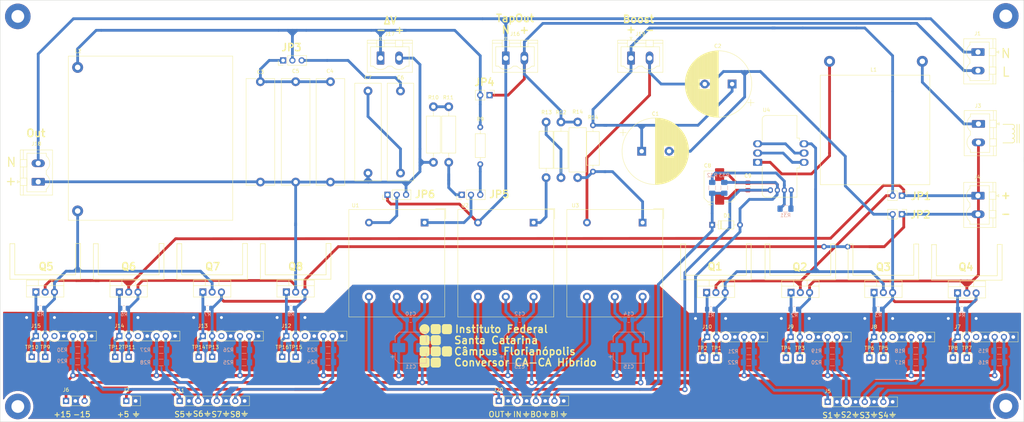
<source format=kicad_pcb>
(kicad_pcb (version 20171130) (host pcbnew "(5.1.5)-3")
  (layers (0 F.Cu signal) (31 B.Cu signal) (34 B.Paste user) (35 F.Paste user) (36 B.SilkS user) (37 F.SilkS user) (38 B.Mask user) (39 F.Mask user) (44 Edge.Cuts user))
  (net 0 "")
  (net 1 /Vboost+)
  (net 2 /Source1)
  (net 3 "Net-(C6-Pad1)")
  (net 4 "Net-(C6-Pad2)")
  (net 5 /Source2)
  (net 6 GNDREF)
  (net 7 NEUT)
  (net 8 /VtapOut)
  (net 9 +5V)
  (net 10 /VauxA)
  (net 11 /Source3)
  (net 12 "Net-(J4-Pad1)")
  (net 13 /Vinv-)
  (net 14 /PWM4)
  (net 15 /PWM3)
  (net 16 /PWM2)
  (net 17 /PWM1)
  (net 18 /Gate4)
  (net 19 "Net-(J12-Pad3)")
  (net 20 /Gate3)
  (net 21 "Net-(J13-Pad3)")
  (net 22 /Gate2)
  (net 23 /Gate1)
  (net 24 "Net-(J14-Pad3)")
  (net 25 /Vm_out)
  (net 26 /Vm_boost)
  (net 27 "Net-(JP5-Pad1)")
  (net 28 "Net-(JP5-Pad2)")
  (net 29 "Net-(JP5-Pad3)")
  (net 30 "Net-(JP6-Pad2)")
  (net 31 "Net-(R12-Pad1)")
  (net 32 /Source6)
  (net 33 /Source7)
  (net 34 /PWM5)
  (net 35 /PWM6)
  (net 36 /PWM7)
  (net 37 /PWM8)
  (net 38 /Gate8)
  (net 39 /Gate7)
  (net 40 /Gate6)
  (net 41 /Source5)
  (net 42 /Gate5)
  (net 43 /Vm_LTSP_25-NP)
  (net 44 "Net-(J15-Pad3)")
  (net 45 /Vm_tapOut)
  (net 46 "Net-(L1-Pad1)")
  (net 47 "Net-(R10-Pad1)")
  (net 48 "Net-(R14-Pad1)")
  (net 49 "Net-(U4-Pad2)")
  (net 50 "Net-(U4-Pad3)")
  (net 51 "Net-(C3-Pad1)")
  (net 52 "Net-(J7-Pad3)")
  (net 53 "Net-(J8-Pad3)")
  (net 54 "Net-(J9-Pad3)")
  (net 55 "Net-(J10-Pad3)")
  (net 56 "Net-(R13-Pad1)")
  (net 57 "Net-(R31-Pad2)")
  (net 58 "Net-(R31-Pad1)")
  (net 59 +15V)
  (net 60 -15V)
  (module boost_pfc:NEE_42-20 (layer F.Cu) (at 65.659 104.14 90)
    (fp_text reference L2 (at 43.815 0.127 180) (layer F.SilkS))
    (fp_text value L_Core_Ferrite)
    (pad 1 thru_hole circle (at 0 0 90) (size 3 3) (drill 1.5) (layers *.Cu *.Mask) (net 41 /Source5))
    (pad 2 thru_hole circle (at 39.37 0 90) (size 3 3) (drill 1.5) (layers *.Cu *.Mask) (net 13 /Vinv-))
  )
  (module Resistor_THT:R_Axial_DIN0309_L9.0mm_D3.2mm_P12.70mm_Horizontal (layer F.Cu) (at 206.756 93.345 90)
    (fp_text reference R14 (at 14.859 0 180) (layer F.SilkS))
    (fp_text value 1k5)
    (pad 2 thru_hole oval (at 12.7 0 90) (size 1.6 1.6) (drill 0.8) (layers *.Cu *.Mask) (net 1 /Vboost+))
    (pad 1 thru_hole circle (at 0 0 90) (size 1.6 1.6) (drill 0.8) (layers *.Cu *.Mask) (net 48 "Net-(R14-Pad1)"))
  )
  (module Resistor_THT:R_Axial_DIN0411_L9.9mm_D3.6mm_P15.24mm_Horizontal (layer F.Cu) (at 193.929 94.996 90)
    (fp_text reference R13 (at 17.907 0.127 180) (layer F.SilkS))
    (fp_text value 5k6)
    (pad 2 thru_hole oval (at 15.24 0 90) (size 2.4 2.4) (drill 1.2) (layers *.Cu *.Mask) (net 31 "Net-(R12-Pad1)"))
    (pad 1 thru_hole circle (at 0 0 90) (size 2.4 2.4) (drill 1.2) (layers *.Cu *.Mask) (net 56 "Net-(R13-Pad1)"))
  )
  (module Resistor_THT:R_Axial_DIN0411_L9.9mm_D3.6mm_P15.24mm_Horizontal (layer F.Cu) (at 197.993 94.996 90)
    (fp_text reference R12 (at 17.907 0 180) (layer F.SilkS))
    (fp_text value 5k6)
    (pad 2 thru_hole oval (at 15.24 0 90) (size 2.4 2.4) (drill 1.2) (layers *.Cu *.Mask) (net 8 /VtapOut))
    (pad 1 thru_hole circle (at 0 0 90) (size 2.4 2.4) (drill 1.2) (layers *.Cu *.Mask) (net 31 "Net-(R12-Pad1)"))
  )
  (module Resistor_THT:R_Axial_DIN0411_L9.9mm_D3.6mm_P15.24mm_Horizontal (layer F.Cu) (at 167.259 90.805 90)
    (fp_text reference R11 (at 17.78 -0.127 180) (layer F.SilkS))
    (fp_text value 5k6)
    (pad 2 thru_hole oval (at 15.24 0 90) (size 2.4 2.4) (drill 1.2) (layers *.Cu *.Mask) (net 47 "Net-(R10-Pad1)"))
    (pad 1 thru_hole circle (at 0 0 90) (size 2.4 2.4) (drill 1.2) (layers *.Cu *.Mask) (net 27 "Net-(JP5-Pad1)"))
  )
  (module Resistor_THT:R_Axial_DIN0411_L9.9mm_D3.6mm_P15.24mm_Horizontal (layer F.Cu) (at 163.068 75.565 270)
    (fp_text reference R10 (at -2.54 0 180) (layer F.SilkS))
    (fp_text value 5k6)
    (pad 2 thru_hole oval (at 15.24 0 270) (size 2.4 2.4) (drill 1.2) (layers *.Cu *.Mask) (net 32 /Source6))
    (pad 1 thru_hole circle (at 0 0 270) (size 2.4 2.4) (drill 1.2) (layers *.Cu *.Mask) (net 47 "Net-(R10-Pad1)"))
  )
  (module Resistor_THT:R_Axial_DIN0207_L6.3mm_D2.5mm_P10.16mm_Horizontal (layer F.Cu) (at 175.895 91.313 90)
    (fp_text reference R9 (at 12.319 0 180) (layer F.SilkS))
    (fp_text value 750)
    (pad 2 thru_hole oval (at 10.16 0 90) (size 1.6 1.6) (drill 0.8) (layers *.Cu *.Mask) (net 13 /Vinv-))
    (pad 1 thru_hole circle (at 0 0 90) (size 1.6 1.6) (drill 0.8) (layers *.Cu *.Mask) (net 29 "Net-(JP5-Pad3)"))
  )
  (module Connector_PinHeader_2.54mm:PinHeader_1x01_P2.54mm_Vertical (layer F.Cu) (at 125.349 144.145)
    (fp_text reference TP15 (at 0 -2.667) (layer F.SilkS))
    (fp_text value TestPoint)
    (pad 1 thru_hole rect (at 0 0) (size 1.7 1.7) (drill 1) (layers *.Cu *.Mask) (net 33 /Source7))
  )
  (module Connector_PinHeader_2.54mm:PinHeader_1x01_P2.54mm_Vertical (layer F.Cu) (at 102.489 144.145)
    (fp_text reference TP13 (at 0 -2.667) (layer F.SilkS))
    (fp_text value TestPoint)
    (pad 1 thru_hole rect (at 0 0) (size 1.7 1.7) (drill 1) (layers *.Cu *.Mask) (net 33 /Source7))
  )
  (module "boost_pfc:TO-220-3 Heatsink" (layer F.Cu) (at 306.578 126.619)
    (fp_text reference Q4 (at 2.286 -7.112 180) (layer F.SilkS) (effects (font (size 2 2) (thickness 0.381))))
    (fp_text value IRF540N)
    (pad 1 thru_hole rect (at 0 0) (size 1.905 2) (drill 1.1) (layers *.Cu *.Mask) (net 18 /Gate4))
    (pad 2 thru_hole oval (at 2.54 0) (size 1.905 2) (drill 1.1) (layers *.Cu *.Mask) (net 5 /Source2))
    (pad 3 thru_hole oval (at 5.08 0) (size 1.905 2) (drill 1.1) (layers *.Cu *.Mask) (net 11 /Source3))
  )
  (module "boost_pfc:TO-220-3 Heatsink" (layer F.Cu) (at 283.718 126.492)
    (fp_text reference Q3 (at 2.54 -6.985 180) (layer F.SilkS) (effects (font (size 2 2) (thickness 0.381))))
    (fp_text value IRF540N)
    (pad 1 thru_hole rect (at 0 0) (size 1.905 2) (drill 1.1) (layers *.Cu *.Mask) (net 20 /Gate3))
    (pad 2 thru_hole oval (at 2.54 0) (size 1.905 2) (drill 1.1) (layers *.Cu *.Mask) (net 2 /Source1))
    (pad 3 thru_hole oval (at 5.08 0) (size 1.905 2) (drill 1.1) (layers *.Cu *.Mask) (net 11 /Source3))
  )
  (module "boost_pfc:TO-220-3 Heatsink" (layer F.Cu) (at 260.985 126.492)
    (fp_text reference Q2 (at 2.413 -6.985 180) (layer F.SilkS) (effects (font (size 2 2) (thickness 0.381))))
    (fp_text value IRF540N)
    (pad 1 thru_hole rect (at 0 0) (size 1.905 2) (drill 1.1) (layers *.Cu *.Mask) (net 22 /Gate2))
    (pad 2 thru_hole oval (at 2.54 0) (size 1.905 2) (drill 1.1) (layers *.Cu *.Mask) (net 1 /Vboost+))
    (pad 3 thru_hole oval (at 5.08 0) (size 1.905 2) (drill 1.1) (layers *.Cu *.Mask) (net 5 /Source2))
  )
  (module "boost_pfc:TO-220-3 Heatsink" (layer F.Cu) (at 237.871 126.492)
    (fp_text reference Q1 (at 2.286 -7.112 180) (layer F.SilkS) (effects (font (size 2 2) (thickness 0.381))))
    (fp_text value IRF540N)
    (pad 1 thru_hole rect (at 0 0) (size 1.905 2) (drill 1.1) (layers *.Cu *.Mask) (net 23 /Gate1))
    (pad 2 thru_hole oval (at 2.54 0) (size 1.905 2) (drill 1.1) (layers *.Cu *.Mask) (net 1 /Vboost+))
    (pad 3 thru_hole oval (at 5.08 0) (size 1.905 2) (drill 1.1) (layers *.Cu *.Mask) (net 2 /Source1))
  )
  (module Connector_PinHeader_2.54mm:PinHeader_1x01_P2.54mm_Vertical (layer F.Cu) (at 121.666 144.145)
    (fp_text reference TP16 (at 0 -2.667) (layer F.SilkS))
    (fp_text value TestPoint)
    (pad 1 thru_hole rect (at 0 0) (size 1.7 1.7) (drill 1) (layers *.Cu *.Mask) (net 38 /Gate8))
  )
  (module Connector_PinHeader_2.54mm:PinHeader_1x01_P2.54mm_Vertical (layer F.Cu) (at 98.806 144.145)
    (fp_text reference TP14 (at 0 -2.667) (layer F.SilkS))
    (fp_text value TestPoint)
    (pad 1 thru_hole rect (at 0 0) (size 1.7 1.7) (drill 1) (layers *.Cu *.Mask) (net 39 /Gate7))
  )
  (module Connector_PinHeader_2.54mm:PinHeader_1x01_P2.54mm_Vertical (layer F.Cu) (at 75.946 144.145)
    (fp_text reference TP12 (at 0 -2.667) (layer F.SilkS))
    (fp_text value TestPoint)
    (pad 1 thru_hole rect (at 0 0) (size 1.7 1.7) (drill 1) (layers *.Cu *.Mask) (net 40 /Gate6))
  )
  (module Connector_PinHeader_2.54mm:PinHeader_1x01_P2.54mm_Vertical (layer F.Cu) (at 79.629 144.145)
    (fp_text reference TP11 (at 0 -2.667) (layer F.SilkS))
    (fp_text value TestPoint)
    (pad 1 thru_hole rect (at 0 0) (size 1.7 1.7) (drill 1) (layers *.Cu *.Mask) (net 32 /Source6))
  )
  (module Connector_PinHeader_2.54mm:PinHeader_1x01_P2.54mm_Vertical (layer F.Cu) (at 53.086 144.145)
    (fp_text reference TP10 (at 0 -2.667) (layer F.SilkS))
    (fp_text value TestPoint)
    (pad 1 thru_hole rect (at 0 0) (size 1.7 1.7) (drill 1) (layers *.Cu *.Mask) (net 42 /Gate5))
  )
  (module Connector_PinHeader_2.54mm:PinHeader_1x01_P2.54mm_Vertical (layer F.Cu) (at 56.769 144.145)
    (fp_text reference TP9 (at 0 -2.667) (layer F.SilkS))
    (fp_text value TestPoint)
    (pad 1 thru_hole rect (at 0 0) (size 1.7 1.7) (drill 1) (layers *.Cu *.Mask) (net 41 /Source5))
  )
  (module Resistor_SMD:R_1206_3216Metric_Pad1.42x1.75mm_HandSolder (layer B.Cu) (at 242.697 97.79 270)
    (fp_text reference R33 (at -3.429 0 180) (layer B.SilkS) (effects (justify mirror)))
    (fp_text value 15k)
    (pad 2 smd roundrect (at 1.4875 0 270) (size 1.425 1.75) (layers B.Cu B.Paste B.Mask) (roundrect_rratio 0.175439) (net 43 /Vm_LTSP_25-NP))
    (pad 1 smd roundrect (at -1.4875 0 270) (size 1.425 1.75) (layers B.Cu B.Paste B.Mask) (roundrect_rratio 0.175439) (net 6 GNDREF))
  )
  (module Resistor_SMD:R_1206_3216Metric_Pad1.42x1.75mm_HandSolder (layer B.Cu) (at 239.395 97.79 90)
    (fp_text reference R32 (at 3.429 0 180) (layer B.SilkS) (effects (justify mirror)))
    (fp_text value 10k)
    (pad 2 smd roundrect (at 1.4875 0 90) (size 1.425 1.75) (layers B.Cu B.Paste B.Mask) (roundrect_rratio 0.175439) (net 58 "Net-(R31-Pad1)"))
    (pad 1 smd roundrect (at -1.4875 0 90) (size 1.425 1.75) (layers B.Cu B.Paste B.Mask) (roundrect_rratio 0.175439) (net 43 /Vm_LTSP_25-NP))
  )
  (module Resistor_SMD:R_1206_3216Metric_Pad1.42x1.75mm_HandSolder (layer B.Cu) (at 259.461 103.505)
    (fp_text reference R31 (at 0 1.82) (layer B.SilkS) (effects (justify mirror)))
    (fp_text value 200)
    (pad 2 smd roundrect (at 1.4875 0) (size 1.425 1.75) (layers B.Cu B.Paste B.Mask) (roundrect_rratio 0.175439) (net 57 "Net-(R31-Pad2)"))
    (pad 1 smd roundrect (at -1.4875 0) (size 1.425 1.75) (layers B.Cu B.Paste B.Mask) (roundrect_rratio 0.175439) (net 58 "Net-(R31-Pad1)"))
  )
  (module Resistor_SMD:R_1206_3216Metric_Pad1.42x1.75mm_HandSolder (layer B.Cu) (at 65.6955 142.24)
    (fp_text reference R30 (at -4.2275 0 180) (layer B.SilkS) (effects (justify mirror)))
    (fp_text value 340R)
    (pad 2 smd roundrect (at 1.4875 0) (size 1.425 1.75) (layers B.Cu B.Paste B.Mask) (roundrect_rratio 0.175439) (net 34 /PWM5))
    (pad 1 smd roundrect (at -1.4875 0) (size 1.425 1.75) (layers B.Cu B.Paste B.Mask) (roundrect_rratio 0.175439) (net 59 +15V))
  )
  (module Resistor_SMD:R_1206_3216Metric_Pad1.42x1.75mm_HandSolder (layer B.Cu) (at 65.659 145.415)
    (fp_text reference R29 (at -4.191 -0.127 180) (layer B.SilkS) (effects (justify mirror)))
    (fp_text value 340R)
    (pad 2 smd roundrect (at 1.4875 0) (size 1.425 1.75) (layers B.Cu B.Paste B.Mask) (roundrect_rratio 0.175439) (net 34 /PWM5))
    (pad 1 smd roundrect (at -1.4875 0) (size 1.425 1.75) (layers B.Cu B.Paste B.Mask) (roundrect_rratio 0.175439) (net 59 +15V))
  )
  (module Resistor_SMD:R_1206_3216Metric_Pad1.42x1.75mm_HandSolder (layer B.Cu) (at 88.519 145.669)
    (fp_text reference R28 (at -4.318 0 180) (layer B.SilkS) (effects (justify mirror)))
    (fp_text value 340R)
    (pad 2 smd roundrect (at 1.4875 0) (size 1.425 1.75) (layers B.Cu B.Paste B.Mask) (roundrect_rratio 0.175439) (net 35 /PWM6))
    (pad 1 smd roundrect (at -1.4875 0) (size 1.425 1.75) (layers B.Cu B.Paste B.Mask) (roundrect_rratio 0.175439) (net 59 +15V))
  )
  (module Resistor_SMD:R_1206_3216Metric_Pad1.42x1.75mm_HandSolder (layer B.Cu) (at 88.519 142.24)
    (fp_text reference R27 (at -4.318 0 180) (layer B.SilkS) (effects (justify mirror)))
    (fp_text value 340R)
    (pad 2 smd roundrect (at 1.4875 0) (size 1.425 1.75) (layers B.Cu B.Paste B.Mask) (roundrect_rratio 0.175439) (net 35 /PWM6))
    (pad 1 smd roundrect (at -1.4875 0) (size 1.425 1.75) (layers B.Cu B.Paste B.Mask) (roundrect_rratio 0.175439) (net 59 +15V))
  )
  (module Resistor_SMD:R_1206_3216Metric_Pad1.42x1.75mm_HandSolder (layer B.Cu) (at 111.252 142.24)
    (fp_text reference R26 (at -4.318 0 180) (layer B.SilkS) (effects (justify mirror)))
    (fp_text value 340R)
    (pad 2 smd roundrect (at 1.4875 0) (size 1.425 1.75) (layers B.Cu B.Paste B.Mask) (roundrect_rratio 0.175439) (net 36 /PWM7))
    (pad 1 smd roundrect (at -1.4875 0) (size 1.425 1.75) (layers B.Cu B.Paste B.Mask) (roundrect_rratio 0.175439) (net 59 +15V))
  )
  (module Resistor_SMD:R_1206_3216Metric_Pad1.42x1.75mm_HandSolder (layer B.Cu) (at 111.252 145.669)
    (fp_text reference R25 (at -4.318 0 180) (layer B.SilkS) (effects (justify mirror)))
    (fp_text value 340R)
    (pad 2 smd roundrect (at 1.4875 0) (size 1.425 1.75) (layers B.Cu B.Paste B.Mask) (roundrect_rratio 0.175439) (net 36 /PWM7))
    (pad 1 smd roundrect (at -1.4875 0) (size 1.425 1.75) (layers B.Cu B.Paste B.Mask) (roundrect_rratio 0.175439) (net 59 +15V))
  )
  (module Resistor_SMD:R_1206_3216Metric_Pad1.42x1.75mm_HandSolder (layer B.Cu) (at 134.239 145.542)
    (fp_text reference R24 (at -4.318 0 180) (layer B.SilkS) (effects (justify mirror)))
    (fp_text value 340R)
    (pad 2 smd roundrect (at 1.4875 0) (size 1.425 1.75) (layers B.Cu B.Paste B.Mask) (roundrect_rratio 0.175439) (net 37 /PWM8))
    (pad 1 smd roundrect (at -1.4875 0) (size 1.425 1.75) (layers B.Cu B.Paste B.Mask) (roundrect_rratio 0.175439) (net 59 +15V))
  )
  (module Resistor_SMD:R_1206_3216Metric_Pad1.42x1.75mm_HandSolder (layer B.Cu) (at 134.239 142.24)
    (fp_text reference R23 (at -4.318 0 180) (layer B.SilkS) (effects (justify mirror)))
    (fp_text value 340R)
    (pad 2 smd roundrect (at 1.4875 0) (size 1.425 1.75) (layers B.Cu B.Paste B.Mask) (roundrect_rratio 0.175439) (net 37 /PWM8))
    (pad 1 smd roundrect (at -1.4875 0) (size 1.425 1.75) (layers B.Cu B.Paste B.Mask) (roundrect_rratio 0.175439) (net 59 +15V))
  )
  (module Connector_PinHeader_2.54mm:PinHeader_1x07_P2.54mm_Vertical (layer F.Cu) (at 54.229 138.43 90)
    (fp_text reference J15 (at 2.794 0 180) (layer F.SilkS))
    (fp_text value Driver)
    (pad 7 thru_hole oval (at 0 15.24 90) (size 1.7 1.7) (drill 1) (layers *.Cu *.Mask) (net 6 GNDREF))
    (pad 6 thru_hole oval (at 0 12.7 90) (size 1.7 1.7) (drill 1) (layers *.Cu *.Mask) (net 34 /PWM5))
    (pad 5 thru_hole oval (at 0 10.16 90) (size 1.7 1.7) (drill 1) (layers *.Cu *.Mask) (net 59 +15V))
    (pad 4 thru_hole oval (at 0 7.62 90) (size 1.7 1.7) (drill 1) (layers *.Cu *.Mask) (net 6 GNDREF))
    (pad 3 thru_hole oval (at 0 5.08 90) (size 1.7 1.7) (drill 1) (layers *.Cu *.Mask) (net 44 "Net-(J15-Pad3)"))
    (pad 2 thru_hole oval (at 0 2.54 90) (size 1.7 1.7) (drill 1) (layers *.Cu *.Mask) (net 41 /Source5))
    (pad 1 thru_hole rect (at 0 0 90) (size 1.7 1.7) (drill 1) (layers *.Cu *.Mask) (net 42 /Gate5))
  )
  (module Connector_PinHeader_2.54mm:PinHeader_1x07_P2.54mm_Vertical (layer F.Cu) (at 77.089 138.43 90)
    (fp_text reference J14 (at 2.794 0 180) (layer F.SilkS))
    (fp_text value Driver)
    (pad 7 thru_hole oval (at 0 15.24 90) (size 1.7 1.7) (drill 1) (layers *.Cu *.Mask) (net 6 GNDREF))
    (pad 6 thru_hole oval (at 0 12.7 90) (size 1.7 1.7) (drill 1) (layers *.Cu *.Mask) (net 35 /PWM6))
    (pad 5 thru_hole oval (at 0 10.16 90) (size 1.7 1.7) (drill 1) (layers *.Cu *.Mask) (net 59 +15V))
    (pad 4 thru_hole oval (at 0 7.62 90) (size 1.7 1.7) (drill 1) (layers *.Cu *.Mask) (net 6 GNDREF))
    (pad 3 thru_hole oval (at 0 5.08 90) (size 1.7 1.7) (drill 1) (layers *.Cu *.Mask) (net 24 "Net-(J14-Pad3)"))
    (pad 2 thru_hole oval (at 0 2.54 90) (size 1.7 1.7) (drill 1) (layers *.Cu *.Mask) (net 32 /Source6))
    (pad 1 thru_hole rect (at 0 0 90) (size 1.7 1.7) (drill 1) (layers *.Cu *.Mask) (net 40 /Gate6))
  )
  (module Connector_PinHeader_2.54mm:PinHeader_1x07_P2.54mm_Vertical (layer F.Cu) (at 99.949 138.43 90)
    (fp_text reference J13 (at 2.794 0 180) (layer F.SilkS))
    (fp_text value Driver)
    (pad 7 thru_hole oval (at 0 15.24 90) (size 1.7 1.7) (drill 1) (layers *.Cu *.Mask) (net 6 GNDREF))
    (pad 6 thru_hole oval (at 0 12.7 90) (size 1.7 1.7) (drill 1) (layers *.Cu *.Mask) (net 36 /PWM7))
    (pad 5 thru_hole oval (at 0 10.16 90) (size 1.7 1.7) (drill 1) (layers *.Cu *.Mask) (net 59 +15V))
    (pad 4 thru_hole oval (at 0 7.62 90) (size 1.7 1.7) (drill 1) (layers *.Cu *.Mask) (net 6 GNDREF))
    (pad 3 thru_hole oval (at 0 5.08 90) (size 1.7 1.7) (drill 1) (layers *.Cu *.Mask) (net 21 "Net-(J13-Pad3)"))
    (pad 2 thru_hole oval (at 0 2.54 90) (size 1.7 1.7) (drill 1) (layers *.Cu *.Mask) (net 33 /Source7))
    (pad 1 thru_hole rect (at 0 0 90) (size 1.7 1.7) (drill 1) (layers *.Cu *.Mask) (net 39 /Gate7))
  )
  (module Connector_PinHeader_2.54mm:PinHeader_1x07_P2.54mm_Vertical (layer F.Cu) (at 122.809 138.43 90)
    (fp_text reference J12 (at 2.794 0 180) (layer F.SilkS))
    (fp_text value Driver)
    (pad 7 thru_hole oval (at 0 15.24 90) (size 1.7 1.7) (drill 1) (layers *.Cu *.Mask) (net 6 GNDREF))
    (pad 6 thru_hole oval (at 0 12.7 90) (size 1.7 1.7) (drill 1) (layers *.Cu *.Mask) (net 37 /PWM8))
    (pad 5 thru_hole oval (at 0 10.16 90) (size 1.7 1.7) (drill 1) (layers *.Cu *.Mask) (net 59 +15V))
    (pad 4 thru_hole oval (at 0 7.62 90) (size 1.7 1.7) (drill 1) (layers *.Cu *.Mask) (net 6 GNDREF))
    (pad 3 thru_hole oval (at 0 5.08 90) (size 1.7 1.7) (drill 1) (layers *.Cu *.Mask) (net 19 "Net-(J12-Pad3)"))
    (pad 2 thru_hole oval (at 0 2.54 90) (size 1.7 1.7) (drill 1) (layers *.Cu *.Mask) (net 33 /Source7))
    (pad 1 thru_hole rect (at 0 0 90) (size 1.7 1.7) (drill 1) (layers *.Cu *.Mask) (net 38 /Gate8))
  )
  (module Connector_PinHeader_2.54mm:PinHeader_1x08_P2.54mm_Vertical (layer F.Cu) (at 93.599 156.21 90)
    (fp_text reference J11 (at 2.794 0) (layer F.SilkS))
    (fp_text value "Comandos Inversor")
    (pad 8 thru_hole oval (at 0 17.78 90) (size 1.7 1.7) (drill 1) (layers *.Cu *.Mask) (net 6 GNDREF))
    (pad 7 thru_hole oval (at 0 15.24 90) (size 1.7 1.7) (drill 1) (layers *.Cu *.Mask) (net 37 /PWM8))
    (pad 6 thru_hole oval (at 0 12.7 90) (size 1.7 1.7) (drill 1) (layers *.Cu *.Mask) (net 6 GNDREF))
    (pad 5 thru_hole oval (at 0 10.16 90) (size 1.7 1.7) (drill 1) (layers *.Cu *.Mask) (net 36 /PWM7))
    (pad 4 thru_hole oval (at 0 7.62 90) (size 1.7 1.7) (drill 1) (layers *.Cu *.Mask) (net 6 GNDREF))
    (pad 3 thru_hole oval (at 0 5.08 90) (size 1.7 1.7) (drill 1) (layers *.Cu *.Mask) (net 35 /PWM6))
    (pad 2 thru_hole oval (at 0 2.54 90) (size 1.7 1.7) (drill 1) (layers *.Cu *.Mask) (net 6 GNDREF))
    (pad 1 thru_hole rect (at 0 0 90) (size 1.7 1.7) (drill 1) (layers *.Cu *.Mask) (net 34 /PWM5))
  )
  (module Capacitor_SMD:C_0805_2012Metric_Pad1.15x1.40mm_HandSolder (layer F.Cu) (at 249.174 97.409 270)
    (fp_text reference C9 (at -2.921 0 180) (layer F.SilkS))
    (fp_text value 100nF)
    (pad 2 smd roundrect (at 1.025 0 270) (size 1.15 1.4) (layers F.Cu F.Paste F.Mask) (roundrect_rratio 0.217391) (net 9 +5V))
    (pad 1 smd roundrect (at -1.025 0 270) (size 1.15 1.4) (layers F.Cu F.Paste F.Mask) (roundrect_rratio 0.217391) (net 6 GNDREF))
  )
  (module Capacitor_SMD:CP_Elec_8x10 (layer F.Cu) (at 241.427 97.409 90)
    (fp_text reference C8 (at 5.715 -3.302 180) (layer F.SilkS))
    (fp_text value 100uF)
    (pad 2 smd roundrect (at 3.25 0 90) (size 3.5 2.5) (layers F.Cu F.Paste F.Mask) (roundrect_rratio 0.1) (net 6 GNDREF))
    (pad 1 smd roundrect (at -3.25 0 90) (size 3.5 2.5) (layers F.Cu F.Paste F.Mask) (roundrect_rratio 0.1) (net 9 +5V))
  )
  (module Capacitor_THT:C_Rect_L29.0mm_W7.6mm_P27.50mm_MKT (layer F.Cu) (at 115.697 68.707 270)
    (fp_text reference C3 (at -2.667 0 180) (layer F.SilkS))
    (fp_text value 910nF)
    (pad 2 thru_hole circle (at 27.5 0 270) (size 2.4 2.4) (drill 1.2) (layers *.Cu *.Mask) (net 32 /Source6))
    (pad 1 thru_hole circle (at 0 0 270) (size 2.4 2.4) (drill 1.2) (layers *.Cu *.Mask) (net 51 "Net-(C3-Pad1)"))
  )
  (module Capacitor_THT:CP_Radial_D18.0mm_P7.50mm (layer F.Cu) (at 220.091 87.757)
    (fp_text reference C1 (at 3.75 -10.25) (layer F.SilkS))
    (fp_text value 4700uF)
    (pad 2 thru_hole circle (at 7.5 0) (size 2.4 2.4) (drill 1.2) (layers *.Cu *.Mask) (net 11 /Source3))
    (pad 1 thru_hole rect (at 0 0) (size 2.4 2.4) (drill 1.2) (layers *.Cu *.Mask) (net 1 /Vboost+))
  )
  (module Connector_PinHeader_2.54mm:PinHeader_1x02_P2.54mm_Vertical (layer F.Cu) (at 78.994 156.21 90)
    (fp_text reference J2 (at 3.048 0) (layer F.SilkS))
    (fp_text value "Fonte Aux2")
    (pad 2 thru_hole oval (at 0 2.54 90) (size 1.7 1.7) (drill 1) (layers *.Cu *.Mask) (net 6 GNDREF))
    (pad 1 thru_hole rect (at 0 0 90) (size 1.7 1.7) (drill 1) (layers *.Cu *.Mask) (net 9 +5V))
  )
  (module "boost_pfc:TO-220-3 Heatsink" (layer F.Cu) (at 122.809 126.365)
    (fp_text reference Q8 (at 2.54 -6.985 180) (layer F.SilkS) (effects (font (size 2 2) (thickness 0.381))))
    (fp_text value IRF840N)
    (pad 3 thru_hole oval (at 5.08 0) (size 1.905 2) (drill 1.1) (layers *.Cu *.Mask) (net 33 /Source7))
    (pad 2 thru_hole oval (at 2.54 0) (size 1.905 2) (drill 1.1) (layers *.Cu *.Mask) (net 32 /Source6))
    (pad 1 thru_hole rect (at 0 0) (size 1.905 2) (drill 1.1) (layers *.Cu *.Mask) (net 38 /Gate8))
  )
  (module Diode_THT:D_DO-35_SOD27_P7.62mm_Horizontal (layer F.Cu) (at 239.395 107.95)
    (fp_text reference D1 (at 4.064 -2.54) (layer F.SilkS))
    (fp_text value "3,3 V")
    (pad 2 thru_hole oval (at 7.62 0) (size 1.6 1.6) (drill 0.8) (layers *.Cu *.Mask) (net 6 GNDREF))
    (pad 1 thru_hole rect (at 0 0) (size 1.6 1.6) (drill 0.8) (layers *.Cu *.Mask) (net 43 /Vm_LTSP_25-NP))
  )
  (module Sensor_Voltage:LEM_LV25-P (layer F.Cu) (at 220.345 107.315 270)
    (fp_text reference U3 (at -4.699 18.415) (layer F.SilkS))
    (fp_text value LV25-P)
    (pad 5 thru_hole circle (at 20.32 7.62 270) (size 2.2 2.2) (drill 1.2) (layers *.Cu *.Mask) (net 59 +15V))
    (pad 6 thru_hole circle (at 20.32 0 270) (size 2.2 2.2) (drill 1.2) (layers *.Cu *.Mask) (net 60 -15V))
    (pad 4 thru_hole circle (at 20.32 15.24 270) (size 2.2 2.2) (drill 1.2) (layers *.Cu *.Mask) (net 26 /Vm_boost))
    (pad 1 thru_hole rect (at 0 0 270) (size 2.1 2.1) (drill 1.1) (layers *.Cu *.Mask) (net 48 "Net-(R14-Pad1)"))
    (pad 3 thru_hole circle (at 0 15.24 270) (size 2.1 2.1) (drill 1.1) (layers *.Cu *.Mask) (net 11 /Source3))
  )
  (module Sensor_Current:LEM_LTSR-NP (layer F.Cu) (at 251.841 90.805 90)
    (fp_text reference U4 (at 14.351 2.413 180) (layer F.SilkS))
    (fp_text value LTSP_25-NP)
    (pad 7 thru_hole oval (at -7.62 9.2075 90) (size 1.6 1.4) (drill 0.8) (layers *.Cu *.Mask) (net 57 "Net-(R31-Pad2)"))
    (pad 10 thru_hole oval (at -7.62 3.4925 90) (size 1.6 1.4) (drill 0.8) (layers *.Cu *.Mask) (net 9 +5V))
    (pad 9 thru_hole oval (at -7.62 5.3975 90) (size 1.6 1.4) (drill 0.8) (layers *.Cu *.Mask) (net 6 GNDREF))
    (pad 8 thru_hole oval (at -7.62 7.3025 90) (size 1.6 1.4) (drill 0.8) (layers *.Cu *.Mask) (net 58 "Net-(R31-Pad1)"))
    (pad 2 thru_hole oval (at 2.54 0 90) (size 1.9 2.5) (drill 1.3) (layers *.Cu *.Mask) (net 49 "Net-(U4-Pad2)"))
    (pad 1 thru_hole roundrect (at 0 0 90) (size 1.9 2.5) (drill 1.3) (layers *.Cu *.Mask) (roundrect_rratio 0.125) (net 46 "Net-(L1-Pad1)"))
    (pad 3 thru_hole oval (at 5.08 0 90) (size 1.9 2.5) (drill 1.3) (layers *.Cu *.Mask) (net 50 "Net-(U4-Pad3)"))
    (pad 4 thru_hole oval (at 5.08 12.7 90) (size 1.9 2.5) (drill 1.3) (layers *.Cu *.Mask) (net 2 /Source1))
    (pad 6 thru_hole oval (at 0 12.7 90) (size 1.9 2.5) (drill 1.3) (layers *.Cu *.Mask) (net 49 "Net-(U4-Pad2)"))
    (pad 5 thru_hole oval (at 2.54 12.7 90) (size 1.9 2.5) (drill 1.3) (layers *.Cu *.Mask) (net 50 "Net-(U4-Pad3)"))
  )
  (module Resistor_THT:R_Axial_DIN0414_L11.9mm_D4.5mm_P15.24mm_Horizontal (layer F.Cu) (at 202.565 94.996 90)
    (fp_text reference R14 (at 18.034 0 180) (layer F.SilkS))
    (fp_text value 10K)
    (pad 2 thru_hole oval (at 15.24 0 90) (size 2.4 2.4) (drill 1.2) (layers *.Cu *.Mask) (net 8 /VtapOut))
    (pad 1 thru_hole circle (at 0 0 90) (size 2.4 2.4) (drill 1.2) (layers *.Cu *.Mask) (net 48 "Net-(R14-Pad1)"))
  )
  (module Connector_PinHeader_2.54mm:PinHeader_1x08_P2.54mm_Vertical (layer F.Cu) (at 180.975 156.21 90)
    (fp_text reference J20 (at 3.048 -0.127 180) (layer F.SilkS))
    (fp_text value "Tensão de Medição")
    (pad 8 thru_hole oval (at 0 17.78 90) (size 1.7 1.7) (drill 1) (layers *.Cu *.Mask) (net 6 GNDREF))
    (pad 7 thru_hole oval (at 0 15.24 90) (size 1.7 1.7) (drill 1) (layers *.Cu *.Mask) (net 43 /Vm_LTSP_25-NP))
    (pad 6 thru_hole oval (at 0 12.7 90) (size 1.7 1.7) (drill 1) (layers *.Cu *.Mask) (net 6 GNDREF))
    (pad 5 thru_hole oval (at 0 10.16 90) (size 1.7 1.7) (drill 1) (layers *.Cu *.Mask) (net 26 /Vm_boost))
    (pad 4 thru_hole oval (at 0 7.62 90) (size 1.7 1.7) (drill 1) (layers *.Cu *.Mask) (net 6 GNDREF))
    (pad 3 thru_hole oval (at 0 5.08 90) (size 1.7 1.7) (drill 1) (layers *.Cu *.Mask) (net 45 /Vm_tapOut))
    (pad 2 thru_hole oval (at 0 2.54 90) (size 1.7 1.7) (drill 1) (layers *.Cu *.Mask) (net 6 GNDREF))
    (pad 1 thru_hole rect (at 0 0 90) (size 1.7 1.7) (drill 1) (layers *.Cu *.Mask) (net 25 /Vm_out))
  )
  (module Capacitor_SMD:CP_Elec_8x10 (layer B.Cu) (at 216.535 141.605)
    (fp_text reference C15 (at 0 5.2) (layer B.SilkS) (effects (justify mirror)))
    (fp_text value 100uF)
    (pad 2 smd roundrect (at 3.25 0) (size 3.5 2.5) (layers B.Cu B.Paste B.Mask) (roundrect_rratio 0.1) (net 60 -15V))
    (pad 1 smd roundrect (at -3.25 0) (size 3.5 2.5) (layers B.Cu B.Paste B.Mask) (roundrect_rratio 0.1) (net 59 +15V))
  )
  (module Capacitor_SMD:C_0805_2012Metric_Pad1.15x1.40mm_HandSolder (layer B.Cu) (at 216.535 133.985 180)
    (fp_text reference C14 (at 0 1.65) (layer B.SilkS) (effects (justify mirror)))
    (fp_text value 100nF)
    (pad 2 smd roundrect (at 1.025 0 180) (size 1.15 1.4) (layers B.Cu B.Paste B.Mask) (roundrect_rratio 0.217391) (net 59 +15V))
    (pad 1 smd roundrect (at -1.025 0 180) (size 1.15 1.4) (layers B.Cu B.Paste B.Mask) (roundrect_rratio 0.217391) (net 60 -15V))
  )
  (module Capacitor_THT:CP_Radial_D18.0mm_P7.50mm (layer F.Cu) (at 244.856 69.342 180)
    (fp_text reference C2 (at 3.937 10.414) (layer F.SilkS))
    (fp_text value 4700uF)
    (pad 1 thru_hole rect (at 0 0 180) (size 2.4 2.4) (drill 1.2) (layers *.Cu *.Mask) (net 1 /Vboost+))
    (pad 2 thru_hole circle (at 7.5 0 180) (size 2.4 2.4) (drill 1.2) (layers *.Cu *.Mask) (net 11 /Source3))
  )
  (module Capacitor_THT:C_Rect_L26.5mm_W7.0mm_P22.50mm_MKS4 (layer F.Cu) (at 154.051 71.247 270)
    (fp_text reference C6 (at -3.683 0 180) (layer F.SilkS))
    (fp_text value 750nF)
    (pad 1 thru_hole circle (at 0 0 270) (size 2.4 2.4) (drill 1.2) (layers *.Cu *.Mask) (net 3 "Net-(C6-Pad1)"))
    (pad 2 thru_hole circle (at 22.5 0 270) (size 2.4 2.4) (drill 1.2) (layers *.Cu *.Mask) (net 4 "Net-(C6-Pad2)"))
  )
  (module Capacitor_THT:C_Rect_L26.5mm_W7.0mm_P22.50mm_MKS4 (layer F.Cu) (at 145.161 71.247 270)
    (fp_text reference C7 (at -3.683 0 180) (layer F.SilkS))
    (fp_text value 750nF)
    (pad 2 thru_hole circle (at 22.5 0 270) (size 2.4 2.4) (drill 1.2) (layers *.Cu *.Mask) (net 32 /Source6))
    (pad 1 thru_hole circle (at 0 0 270) (size 2.4 2.4) (drill 1.2) (layers *.Cu *.Mask) (net 4 "Net-(C6-Pad2)"))
  )
  (module Capacitor_THT:C_Rect_L29.0mm_W7.6mm_P27.50mm_MKT (layer F.Cu) (at 125.349 68.707 270)
    (fp_text reference C5 (at -2.921 0 180) (layer F.SilkS))
    (fp_text value 910nF)
    (pad 1 thru_hole circle (at 0 0 270) (size 2.4 2.4) (drill 1.2) (layers *.Cu *.Mask) (net 51 "Net-(C3-Pad1)"))
    (pad 2 thru_hole circle (at 27.5 0 270) (size 2.4 2.4) (drill 1.2) (layers *.Cu *.Mask) (net 32 /Source6))
  )
  (module Capacitor_THT:C_Rect_L29.0mm_W7.6mm_P27.50mm_MKT (layer F.Cu) (at 134.874 68.707 270)
    (fp_text reference C4 (at -2.921 0.127 180) (layer F.SilkS))
    (fp_text value 910nF)
    (pad 2 thru_hole circle (at 27.5 0 270) (size 2.4 2.4) (drill 1.2) (layers *.Cu *.Mask) (net 32 /Source6))
    (pad 1 thru_hole circle (at 0 0 270) (size 2.4 2.4) (drill 1.2) (layers *.Cu *.Mask) (net 51 "Net-(C3-Pad1)"))
  )
  (module Capacitor_SMD:C_0805_2012Metric_Pad1.15x1.40mm_HandSolder (layer B.Cu) (at 156.845 133.985 180)
    (fp_text reference C10 (at 0 1.65) (layer B.SilkS) (effects (justify mirror)))
    (fp_text value 100nF)
    (pad 1 smd roundrect (at -1.025 0 180) (size 1.15 1.4) (layers B.Cu B.Paste B.Mask) (roundrect_rratio 0.217391) (net 60 -15V))
    (pad 2 smd roundrect (at 1.025 0 180) (size 1.15 1.4) (layers B.Cu B.Paste B.Mask) (roundrect_rratio 0.217391) (net 59 +15V))
  )
  (module Capacitor_SMD:CP_Elec_8x10 (layer B.Cu) (at 156.845 141.605)
    (fp_text reference C11 (at 0 5.2) (layer B.SilkS) (effects (justify mirror)))
    (fp_text value 100uF)
    (pad 1 smd roundrect (at -3.25 0) (size 3.5 2.5) (layers B.Cu B.Paste B.Mask) (roundrect_rratio 0.1) (net 59 +15V))
    (pad 2 smd roundrect (at 3.25 0) (size 3.5 2.5) (layers B.Cu B.Paste B.Mask) (roundrect_rratio 0.1) (net 60 -15V))
  )
  (module Capacitor_SMD:C_0805_2012Metric_Pad1.15x1.40mm_HandSolder (layer B.Cu) (at 186.69 133.985 180)
    (fp_text reference C12 (at 0 1.65) (layer B.SilkS) (effects (justify mirror)))
    (fp_text value 100nF)
    (pad 2 smd roundrect (at 1.025 0 180) (size 1.15 1.4) (layers B.Cu B.Paste B.Mask) (roundrect_rratio 0.217391) (net 59 +15V))
    (pad 1 smd roundrect (at -1.025 0 180) (size 1.15 1.4) (layers B.Cu B.Paste B.Mask) (roundrect_rratio 0.217391) (net 60 -15V))
  )
  (module Capacitor_SMD:CP_Elec_8x10 (layer B.Cu) (at 186.69 141.605)
    (fp_text reference C13 (at 0 5.2) (layer B.SilkS) (effects (justify mirror)))
    (fp_text value 100uF)
    (pad 2 smd roundrect (at 3.25 0) (size 3.5 2.5) (layers B.Cu B.Paste B.Mask) (roundrect_rratio 0.1) (net 60 -15V))
    (pad 1 smd roundrect (at -3.25 0) (size 3.5 2.5) (layers B.Cu B.Paste B.Mask) (roundrect_rratio 0.1) (net 59 +15V))
  )
  (module Connector_Phoenix_MSTB:PhoenixContact_MSTBVA_2,5_2-G-5,08_1x02_P5.08mm_Vertical (layer F.Cu) (at 312.166 60.579 270)
    (fp_text reference J1 (at -5.08 0.127 180) (layer F.SilkS))
    (fp_text value "Tensão de Entrada")
    (pad 1 thru_hole roundrect (at 0 0 270) (size 2.08 3.6) (drill 1.4) (layers *.Cu *.Mask) (roundrect_rratio 0.120192) (net 7 NEUT))
    (pad 2 thru_hole oval (at 5.08 0 270) (size 2.08 3.6) (drill 1.4) (layers *.Cu *.Mask) (net 8 /VtapOut))
  )
  (module Connector_Phoenix_MSTB:PhoenixContact_MSTBVA_2,5_2-G-5,08_1x02_P5.08mm_Vertical (layer F.Cu) (at 312.293 80.264 270)
    (fp_text reference J3 (at -4.953 0.127 180) (layer F.SilkS))
    (fp_text value "Tap AUX1")
    (pad 2 thru_hole oval (at 5.08 0 270) (size 2.08 3.6) (drill 1.4) (layers *.Cu *.Mask) (net 5 /Source2))
    (pad 1 thru_hole roundrect (at 0 0 270) (size 2.08 3.6) (drill 1.4) (layers *.Cu *.Mask) (roundrect_rratio 0.120192) (net 10 /VauxA))
  )
  (module Connector_Phoenix_MSTB:PhoenixContact_MSTBVA_2,5_2-G-5,08_1x02_P5.08mm_Vertical (layer F.Cu) (at 312.166 99.949 270)
    (fp_text reference J4 (at -5.08 0.127 180) (layer F.SilkS))
    (fp_text value Screw_Terminal_01x02)
    (pad 2 thru_hole oval (at 5.08 0 270) (size 2.08 3.6) (drill 1.4) (layers *.Cu *.Mask) (net 33 /Source7))
    (pad 1 thru_hole roundrect (at 0 0 270) (size 2.08 3.6) (drill 1.4) (layers *.Cu *.Mask) (roundrect_rratio 0.120192) (net 12 "Net-(J4-Pad1)"))
  )
  (module Connector_Phoenix_MSTB:PhoenixContact_MSTBVA_2,5_2-G-5,08_1x02_P5.08mm_Vertical (layer F.Cu) (at 182.88 62.23)
    (fp_text reference J16 (at 2.54 -6.604) (layer F.SilkS))
    (fp_text value "Tensão do Estabilizador")
    (pad 1 thru_hole roundrect (at 0 0) (size 2.08 3.6) (drill 1.4) (layers *.Cu *.Mask) (roundrect_rratio 0.120192) (net 7 NEUT))
    (pad 2 thru_hole oval (at 5.08 0) (size 2.08 3.6) (drill 1.4) (layers *.Cu *.Mask) (net 8 /VtapOut))
  )
  (module Connector_Phoenix_MSTB:PhoenixContact_MSTBVA_2,5_2-G-5,08_1x02_P5.08mm_Vertical (layer F.Cu) (at 148.59 62.23)
    (fp_text reference J17 (at 2.54 -6.604) (layer F.SilkS))
    (fp_text value "Tensão do Estágio do Inversor")
    (pad 2 thru_hole oval (at 5.08 0) (size 2.08 3.6) (drill 1.4) (layers *.Cu *.Mask) (net 32 /Source6))
    (pad 1 thru_hole roundrect (at 0 0) (size 2.08 3.6) (drill 1.4) (layers *.Cu *.Mask) (roundrect_rratio 0.120192) (net 13 /Vinv-))
  )
  (module Connector_Phoenix_MSTB:PhoenixContact_MSTBVA_2,5_2-G-5,08_1x02_P5.08mm_Vertical (layer F.Cu) (at 54.864 96.139 90)
    (fp_text reference J18 (at 10.414 -0.508 180) (layer F.SilkS))
    (fp_text value "Tensão de Saída Total")
    (pad 1 thru_hole roundrect (at 0 0 90) (size 2.08 3.6) (drill 1.4) (layers *.Cu *.Mask) (roundrect_rratio 0.120192) (net 32 /Source6))
    (pad 2 thru_hole oval (at 5.08 0 90) (size 2.08 3.6) (drill 1.4) (layers *.Cu *.Mask) (net 7 NEUT))
  )
  (module Connector_Phoenix_MSTB:PhoenixContact_MSTBVA_2,5_2-G-5,08_1x02_P5.08mm_Vertical (layer F.Cu) (at 217.17 62.23)
    (fp_text reference J19 (at 2.54 -6.604) (layer F.SilkS))
    (fp_text value "Tensão de Saída do Boost")
    (pad 2 thru_hole oval (at 5.08 0) (size 2.08 3.6) (drill 1.4) (layers *.Cu *.Mask) (net 11 /Source3))
    (pad 1 thru_hole roundrect (at 0 0) (size 2.08 3.6) (drill 1.4) (layers *.Cu *.Mask) (roundrect_rratio 0.120192) (net 1 /Vboost+))
  )
  (module Connector_PinHeader_2.54mm:PinHeader_1x08_P2.54mm_Vertical (layer F.Cu) (at 271.018 156.464 90)
    (fp_text reference J5 (at 2.921 0 180) (layer F.SilkS))
    (fp_text value "Comandos Boost")
    (pad 8 thru_hole oval (at 0 17.78 90) (size 1.7 1.7) (drill 1) (layers *.Cu *.Mask) (net 6 GNDREF))
    (pad 7 thru_hole oval (at 0 15.24 90) (size 1.7 1.7) (drill 1) (layers *.Cu *.Mask) (net 14 /PWM4))
    (pad 6 thru_hole oval (at 0 12.7 90) (size 1.7 1.7) (drill 1) (layers *.Cu *.Mask) (net 6 GNDREF))
    (pad 5 thru_hole oval (at 0 10.16 90) (size 1.7 1.7) (drill 1) (layers *.Cu *.Mask) (net 15 /PWM3))
    (pad 4 thru_hole oval (at 0 7.62 90) (size 1.7 1.7) (drill 1) (layers *.Cu *.Mask) (net 6 GNDREF))
    (pad 3 thru_hole oval (at 0 5.08 90) (size 1.7 1.7) (drill 1) (layers *.Cu *.Mask) (net 16 /PWM2))
    (pad 2 thru_hole oval (at 0 2.54 90) (size 1.7 1.7) (drill 1) (layers *.Cu *.Mask) (net 6 GNDREF))
    (pad 1 thru_hole rect (at 0 0 90) (size 1.7 1.7) (drill 1) (layers *.Cu *.Mask) (net 17 /PWM1))
  )
  (module Connector_PinHeader_2.54mm:PinHeader_1x07_P2.54mm_Vertical (layer F.Cu) (at 306.578 138.684 90)
    (fp_text reference J7 (at 2.794 0 180) (layer F.SilkS))
    (fp_text value Driver)
    (pad 1 thru_hole rect (at 0 0 90) (size 1.7 1.7) (drill 1) (layers *.Cu *.Mask) (net 18 /Gate4))
    (pad 2 thru_hole oval (at 0 2.54 90) (size 1.7 1.7) (drill 1) (layers *.Cu *.Mask) (net 11 /Source3))
    (pad 3 thru_hole oval (at 0 5.08 90) (size 1.7 1.7) (drill 1) (layers *.Cu *.Mask) (net 52 "Net-(J7-Pad3)"))
    (pad 4 thru_hole oval (at 0 7.62 90) (size 1.7 1.7) (drill 1) (layers *.Cu *.Mask) (net 6 GNDREF))
    (pad 5 thru_hole oval (at 0 10.16 90) (size 1.7 1.7) (drill 1) (layers *.Cu *.Mask) (net 59 +15V))
    (pad 6 thru_hole oval (at 0 12.7 90) (size 1.7 1.7) (drill 1) (layers *.Cu *.Mask) (net 14 /PWM4))
    (pad 7 thru_hole oval (at 0 15.24 90) (size 1.7 1.7) (drill 1) (layers *.Cu *.Mask) (net 6 GNDREF))
  )
  (module Connector_PinHeader_2.54mm:PinHeader_1x07_P2.54mm_Vertical (layer F.Cu) (at 283.718 138.684 90)
    (fp_text reference J8 (at 2.794 0 180) (layer F.SilkS))
    (fp_text value Driver)
    (pad 7 thru_hole oval (at 0 15.24 90) (size 1.7 1.7) (drill 1) (layers *.Cu *.Mask) (net 6 GNDREF))
    (pad 6 thru_hole oval (at 0 12.7 90) (size 1.7 1.7) (drill 1) (layers *.Cu *.Mask) (net 15 /PWM3))
    (pad 5 thru_hole oval (at 0 10.16 90) (size 1.7 1.7) (drill 1) (layers *.Cu *.Mask) (net 59 +15V))
    (pad 4 thru_hole oval (at 0 7.62 90) (size 1.7 1.7) (drill 1) (layers *.Cu *.Mask) (net 6 GNDREF))
    (pad 3 thru_hole oval (at 0 5.08 90) (size 1.7 1.7) (drill 1) (layers *.Cu *.Mask) (net 53 "Net-(J8-Pad3)"))
    (pad 2 thru_hole oval (at 0 2.54 90) (size 1.7 1.7) (drill 1) (layers *.Cu *.Mask) (net 11 /Source3))
    (pad 1 thru_hole rect (at 0 0 90) (size 1.7 1.7) (drill 1) (layers *.Cu *.Mask) (net 20 /Gate3))
  )
  (module Connector_PinHeader_2.54mm:PinHeader_1x07_P2.54mm_Vertical (layer F.Cu) (at 260.858 138.684 90)
    (fp_text reference J9 (at 2.794 0 180) (layer F.SilkS))
    (fp_text value Driver)
    (pad 7 thru_hole oval (at 0 15.24 90) (size 1.7 1.7) (drill 1) (layers *.Cu *.Mask) (net 6 GNDREF))
    (pad 6 thru_hole oval (at 0 12.7 90) (size 1.7 1.7) (drill 1) (layers *.Cu *.Mask) (net 16 /PWM2))
    (pad 5 thru_hole oval (at 0 10.16 90) (size 1.7 1.7) (drill 1) (layers *.Cu *.Mask) (net 59 +15V))
    (pad 4 thru_hole oval (at 0 7.62 90) (size 1.7 1.7) (drill 1) (layers *.Cu *.Mask) (net 6 GNDREF))
    (pad 3 thru_hole oval (at 0 5.08 90) (size 1.7 1.7) (drill 1) (layers *.Cu *.Mask) (net 54 "Net-(J9-Pad3)"))
    (pad 2 thru_hole oval (at 0 2.54 90) (size 1.7 1.7) (drill 1) (layers *.Cu *.Mask) (net 5 /Source2))
    (pad 1 thru_hole rect (at 0 0 90) (size 1.7 1.7) (drill 1) (layers *.Cu *.Mask) (net 22 /Gate2))
  )
  (module Connector_PinHeader_2.54mm:PinHeader_1x07_P2.54mm_Vertical (layer F.Cu) (at 237.998 138.684 90)
    (fp_text reference J10 (at 2.794 0 180) (layer F.SilkS))
    (fp_text value Driver)
    (pad 1 thru_hole rect (at 0 0 90) (size 1.7 1.7) (drill 1) (layers *.Cu *.Mask) (net 23 /Gate1))
    (pad 2 thru_hole oval (at 0 2.54 90) (size 1.7 1.7) (drill 1) (layers *.Cu *.Mask) (net 2 /Source1))
    (pad 3 thru_hole oval (at 0 5.08 90) (size 1.7 1.7) (drill 1) (layers *.Cu *.Mask) (net 55 "Net-(J10-Pad3)"))
    (pad 4 thru_hole oval (at 0 7.62 90) (size 1.7 1.7) (drill 1) (layers *.Cu *.Mask) (net 6 GNDREF))
    (pad 5 thru_hole oval (at 0 10.16 90) (size 1.7 1.7) (drill 1) (layers *.Cu *.Mask) (net 59 +15V))
    (pad 6 thru_hole oval (at 0 12.7 90) (size 1.7 1.7) (drill 1) (layers *.Cu *.Mask) (net 17 /PWM1))
    (pad 7 thru_hole oval (at 0 15.24 90) (size 1.7 1.7) (drill 1) (layers *.Cu *.Mask) (net 6 GNDREF))
  )
  (module Connector_PinHeader_2.54mm:PinHeader_1x03_P2.54mm_Vertical (layer F.Cu) (at 62.484 156.21 90)
    (fp_text reference J6 (at 3.048 0 180) (layer F.SilkS))
    (fp_text value "Fonte Aux")
    (pad 3 thru_hole oval (at 0 5.08 90) (size 1.7 1.7) (drill 1) (layers *.Cu *.Mask) (net 60 -15V))
    (pad 2 thru_hole oval (at 0 2.54 90) (size 1.7 1.7) (drill 1) (layers *.Cu *.Mask) (net 6 GNDREF))
    (pad 1 thru_hole rect (at 0 0 90) (size 1.7 1.7) (drill 1) (layers *.Cu *.Mask) (net 59 +15V))
  )
  (module Connector_PinHeader_2.54mm:PinHeader_1x02_P2.54mm_Vertical (layer F.Cu) (at 291.338 99.949 270)
    (fp_text reference JP1 (at 0.127 -5.207 180) (layer F.SilkS) (effects (font (size 2 2) (thickness 0.381))))
    (fp_text value Jumper_NO_Small)
    (pad 1 thru_hole rect (at 0 0 270) (size 1.7 1.7) (drill 1) (layers *.Cu *.Mask) (net 12 "Net-(J4-Pad1)"))
    (pad 2 thru_hole oval (at 0 2.54 270) (size 1.7 1.7) (drill 1) (layers *.Cu *.Mask) (net 1 /Vboost+))
  )
  (module Connector_PinHeader_2.54mm:PinHeader_1x02_P2.54mm_Vertical (layer F.Cu) (at 291.338 105.029 270)
    (fp_text reference JP2 (at 0.127 -5.08 180) (layer F.SilkS) (effects (font (size 2 2) (thickness 0.381))))
    (fp_text value Jumper_NO_Small)
    (pad 1 thru_hole rect (at 0 0 270) (size 1.7 1.7) (drill 1) (layers *.Cu *.Mask) (net 33 /Source7))
    (pad 2 thru_hole oval (at 0 2.54 270) (size 1.7 1.7) (drill 1) (layers *.Cu *.Mask) (net 11 /Source3))
  )
  (module Connector_PinHeader_2.54mm:PinHeader_1x03_P2.54mm_Vertical (layer F.Cu) (at 121.92 62.865 90)
    (fp_text reference JP3 (at 3.556 2.286 180) (layer F.SilkS) (effects (font (size 2 2) (thickness 0.381))))
    (fp_text value Jumper_3_Bridged12)
    (pad 1 thru_hole rect (at 0 0 90) (size 1.7 1.7) (drill 1) (layers *.Cu *.Mask) (net 51 "Net-(C3-Pad1)"))
    (pad 2 thru_hole oval (at 0 2.54 90) (size 1.7 1.7) (drill 1) (layers *.Cu *.Mask) (net 13 /Vinv-))
    (pad 3 thru_hole oval (at 0 5.08 90) (size 1.7 1.7) (drill 1) (layers *.Cu *.Mask) (net 3 "Net-(C6-Pad1)"))
  )
  (module Connector_PinHeader_2.54mm:PinHeader_1x02_P2.54mm_Vertical (layer F.Cu) (at 178.435 72.39 270)
    (fp_text reference JP4 (at -3.556 1.397 180) (layer F.SilkS) (effects (font (size 2 2) (thickness 0.381))))
    (fp_text value Jumper_NO_Small)
    (pad 2 thru_hole oval (at 0 2.54 270) (size 1.7 1.7) (drill 1) (layers *.Cu *.Mask) (net 13 /Vinv-))
    (pad 1 thru_hole rect (at 0 0 270) (size 1.7 1.7) (drill 1) (layers *.Cu *.Mask) (net 8 /VtapOut))
  )
  (module Connector_PinHeader_2.54mm:PinHeader_1x03_P2.54mm_Vertical (layer F.Cu) (at 170.815 99.695 90)
    (fp_text reference JP5 (at 0.127 10.287 180) (layer F.SilkS) (effects (font (size 2 2) (thickness 0.381))))
    (fp_text value Jumper_3_Bridged12)
    (pad 1 thru_hole rect (at 0 0 90) (size 1.7 1.7) (drill 1) (layers *.Cu *.Mask) (net 27 "Net-(JP5-Pad1)"))
    (pad 2 thru_hole oval (at 0 2.54 90) (size 1.7 1.7) (drill 1) (layers *.Cu *.Mask) (net 28 "Net-(JP5-Pad2)"))
    (pad 3 thru_hole oval (at 0 5.08 90) (size 1.7 1.7) (drill 1) (layers *.Cu *.Mask) (net 29 "Net-(JP5-Pad3)"))
  )
  (module Connector_PinHeader_2.54mm:PinHeader_1x03_P2.54mm_Vertical (layer F.Cu) (at 150.495 99.695 90)
    (fp_text reference JP6 (at 0.127 10.287 180) (layer F.SilkS) (effects (font (size 2 2) (thickness 0.381))))
    (fp_text value Jumper_3_Bridged12)
    (pad 3 thru_hole oval (at 0 5.08 90) (size 1.7 1.7) (drill 1) (layers *.Cu *.Mask) (net 32 /Source6))
    (pad 2 thru_hole oval (at 0 2.54 90) (size 1.7 1.7) (drill 1) (layers *.Cu *.Mask) (net 30 "Net-(JP6-Pad2)"))
    (pad 1 thru_hole rect (at 0 0 90) (size 1.7 1.7) (drill 1) (layers *.Cu *.Mask) (net 7 NEUT))
  )
  (module boost_pfc:NEE_30-14 (layer F.Cu) (at 271.526 63.119)
    (fp_text reference L1 (at 12.065 2.286) (layer F.SilkS))
    (fp_text value L_Core_Ferrite)
    (pad 1 thru_hole circle (at 0 0) (size 3 3) (drill 1.5) (layers *.Cu *.Mask) (net 46 "Net-(L1-Pad1)"))
    (pad 2 thru_hole circle (at 25.4 0) (size 3 3) (drill 1.5) (layers *.Cu *.Mask) (net 10 /VauxA))
  )
  (module "boost_pfc:TO-220-3 Heatsink" (layer F.Cu) (at 54.229 126.365)
    (fp_text reference Q5 (at 2.794 -6.985 180) (layer F.SilkS) (effects (font (size 2 2) (thickness 0.381))))
    (fp_text value IRF840N)
    (pad 3 thru_hole oval (at 5.08 0) (size 1.905 2) (drill 1.1) (layers *.Cu *.Mask) (net 41 /Source5))
    (pad 2 thru_hole oval (at 2.54 0) (size 1.905 2) (drill 1.1) (layers *.Cu *.Mask) (net 12 "Net-(J4-Pad1)"))
    (pad 1 thru_hole rect (at 0 0) (size 1.905 2) (drill 1.1) (layers *.Cu *.Mask) (net 42 /Gate5))
  )
  (module "boost_pfc:TO-220-3 Heatsink" (layer F.Cu) (at 77.089 126.365)
    (fp_text reference Q6 (at 2.54 -6.985 180) (layer F.SilkS) (effects (font (size 2 2) (thickness 0.381))))
    (fp_text value IRF840N)
    (pad 1 thru_hole rect (at 0 0) (size 1.905 2) (drill 1.1) (layers *.Cu *.Mask) (net 40 /Gate6))
    (pad 2 thru_hole oval (at 2.54 0) (size 1.905 2) (drill 1.1) (layers *.Cu *.Mask) (net 12 "Net-(J4-Pad1)"))
    (pad 3 thru_hole oval (at 5.08 0) (size 1.905 2) (drill 1.1) (layers *.Cu *.Mask) (net 32 /Source6))
  )
  (module "boost_pfc:TO-220-3 Heatsink" (layer F.Cu) (at 99.949 126.365)
    (fp_text reference Q7 (at 2.667 -6.985 180) (layer F.SilkS) (effects (font (size 2 2) (thickness 0.381))))
    (fp_text value IRF840N)
    (pad 1 thru_hole rect (at 0 0) (size 1.905 2) (drill 1.1) (layers *.Cu *.Mask) (net 39 /Gate7))
    (pad 2 thru_hole oval (at 2.54 0) (size 1.905 2) (drill 1.1) (layers *.Cu *.Mask) (net 41 /Source5))
    (pad 3 thru_hole oval (at 5.08 0) (size 1.905 2) (drill 1.1) (layers *.Cu *.Mask) (net 33 /Source7))
  )
  (module Resistor_SMD:R_0805_2012Metric_Pad1.15x1.40mm_HandSolder (layer B.Cu) (at 239.014 131.064)
    (fp_text reference R1 (at 0 1.65) (layer B.SilkS) (effects (justify mirror)))
    (fp_text value 10k)
    (pad 1 smd roundrect (at -1.025 0) (size 1.15 1.4) (layers B.Cu B.Paste B.Mask) (roundrect_rratio 0.217391) (net 23 /Gate1))
    (pad 2 smd roundrect (at 1.025 0) (size 1.15 1.4) (layers B.Cu B.Paste B.Mask) (roundrect_rratio 0.217391) (net 2 /Source1))
  )
  (module Resistor_SMD:R_0805_2012Metric_Pad1.15x1.40mm_HandSolder (layer B.Cu) (at 261.874 131.064)
    (fp_text reference R2 (at 0 1.65) (layer B.SilkS) (effects (justify mirror)))
    (fp_text value 10k)
    (pad 1 smd roundrect (at -1.025 0) (size 1.15 1.4) (layers B.Cu B.Paste B.Mask) (roundrect_rratio 0.217391) (net 22 /Gate2))
    (pad 2 smd roundrect (at 1.025 0) (size 1.15 1.4) (layers B.Cu B.Paste B.Mask) (roundrect_rratio 0.217391) (net 5 /Source2))
  )
  (module Resistor_SMD:R_0805_2012Metric_Pad1.15x1.40mm_HandSolder (layer B.Cu) (at 284.861 131.064)
    (fp_text reference R3 (at 0 1.65) (layer B.SilkS) (effects (justify mirror)))
    (fp_text value 10k)
    (pad 2 smd roundrect (at 1.025 0) (size 1.15 1.4) (layers B.Cu B.Paste B.Mask) (roundrect_rratio 0.217391) (net 11 /Source3))
    (pad 1 smd roundrect (at -1.025 0) (size 1.15 1.4) (layers B.Cu B.Paste B.Mask) (roundrect_rratio 0.217391) (net 20 /Gate3))
  )
  (module Resistor_SMD:R_0805_2012Metric_Pad1.15x1.40mm_HandSolder (layer B.Cu) (at 307.721 131.064)
    (fp_text reference R4 (at 0 1.65) (layer B.SilkS) (effects (justify mirror)))
    (fp_text value 10k)
    (pad 2 smd roundrect (at 1.025 0) (size 1.15 1.4) (layers B.Cu B.Paste B.Mask) (roundrect_rratio 0.217391) (net 11 /Source3))
    (pad 1 smd roundrect (at -1.025 0) (size 1.15 1.4) (layers B.Cu B.Paste B.Mask) (roundrect_rratio 0.217391) (net 18 /Gate4))
  )
  (module Resistor_SMD:R_0805_2012Metric_Pad1.15x1.40mm_HandSolder (layer B.Cu) (at 55.499 130.81)
    (fp_text reference R5 (at 0 1.65) (layer B.SilkS) (effects (justify mirror)))
    (fp_text value 10k)
    (pad 2 smd roundrect (at 1.025 0) (size 1.15 1.4) (layers B.Cu B.Paste B.Mask) (roundrect_rratio 0.217391) (net 41 /Source5))
    (pad 1 smd roundrect (at -1.025 0) (size 1.15 1.4) (layers B.Cu B.Paste B.Mask) (roundrect_rratio 0.217391) (net 42 /Gate5))
  )
  (module Resistor_SMD:R_0805_2012Metric_Pad1.15x1.40mm_HandSolder (layer B.Cu) (at 101.219 130.81)
    (fp_text reference R7 (at 0 1.65) (layer B.SilkS) (effects (justify mirror)))
    (fp_text value 10k)
    (pad 1 smd roundrect (at -1.025 0) (size 1.15 1.4) (layers B.Cu B.Paste B.Mask) (roundrect_rratio 0.217391) (net 39 /Gate7))
    (pad 2 smd roundrect (at 1.025 0) (size 1.15 1.4) (layers B.Cu B.Paste B.Mask) (roundrect_rratio 0.217391) (net 33 /Source7))
  )
  (module Resistor_SMD:R_0805_2012Metric_Pad1.15x1.40mm_HandSolder (layer B.Cu) (at 78.359 130.81)
    (fp_text reference R6 (at 0 1.65) (layer B.SilkS) (effects (justify mirror)))
    (fp_text value 10k)
    (pad 2 smd roundrect (at 1.025 0) (size 1.15 1.4) (layers B.Cu B.Paste B.Mask) (roundrect_rratio 0.217391) (net 32 /Source6))
    (pad 1 smd roundrect (at -1.025 0) (size 1.15 1.4) (layers B.Cu B.Paste B.Mask) (roundrect_rratio 0.217391) (net 40 /Gate6))
  )
  (module Resistor_SMD:R_0805_2012Metric_Pad1.15x1.40mm_HandSolder (layer B.Cu) (at 124.079 130.81)
    (fp_text reference R8 (at 0 1.65) (layer B.SilkS) (effects (justify mirror)))
    (fp_text value 10k)
    (pad 1 smd roundrect (at -1.025 0) (size 1.15 1.4) (layers B.Cu B.Paste B.Mask) (roundrect_rratio 0.217391) (net 38 /Gate8))
    (pad 2 smd roundrect (at 1.025 0) (size 1.15 1.4) (layers B.Cu B.Paste B.Mask) (roundrect_rratio 0.217391) (net 33 /Source7))
  )
  (module Resistor_SMD:R_1206_3216Metric_Pad1.42x1.75mm_HandSolder (layer B.Cu) (at 318.008 142.494)
    (fp_text reference R15 (at -4.318 0 180) (layer B.SilkS) (effects (justify mirror)))
    (fp_text value 340R)
    (pad 2 smd roundrect (at 1.4875 0) (size 1.425 1.75) (layers B.Cu B.Paste B.Mask) (roundrect_rratio 0.175439) (net 14 /PWM4))
    (pad 1 smd roundrect (at -1.4875 0) (size 1.425 1.75) (layers B.Cu B.Paste B.Mask) (roundrect_rratio 0.175439) (net 59 +15V))
  )
  (module Resistor_SMD:R_1206_3216Metric_Pad1.42x1.75mm_HandSolder (layer B.Cu) (at 318.008 145.669)
    (fp_text reference R16 (at -4.318 0 180) (layer B.SilkS) (effects (justify mirror)))
    (fp_text value 340R)
    (pad 1 smd roundrect (at -1.4875 0) (size 1.425 1.75) (layers B.Cu B.Paste B.Mask) (roundrect_rratio 0.175439) (net 59 +15V))
    (pad 2 smd roundrect (at 1.4875 0) (size 1.425 1.75) (layers B.Cu B.Paste B.Mask) (roundrect_rratio 0.175439) (net 14 /PWM4))
  )
  (module Resistor_SMD:R_1206_3216Metric_Pad1.42x1.75mm_HandSolder (layer B.Cu) (at 295.148 145.669)
    (fp_text reference R17 (at -4.318 0 180) (layer B.SilkS) (effects (justify mirror)))
    (fp_text value 340R)
    (pad 1 smd roundrect (at -1.4875 0) (size 1.425 1.75) (layers B.Cu B.Paste B.Mask) (roundrect_rratio 0.175439) (net 59 +15V))
    (pad 2 smd roundrect (at 1.4875 0) (size 1.425 1.75) (layers B.Cu B.Paste B.Mask) (roundrect_rratio 0.175439) (net 15 /PWM3))
  )
  (module Resistor_SMD:R_1206_3216Metric_Pad1.42x1.75mm_HandSolder (layer B.Cu) (at 295.148 142.494)
    (fp_text reference R18 (at -4.318 0 180) (layer B.SilkS) (effects (justify mirror)))
    (fp_text value 340R)
    (pad 2 smd roundrect (at 1.4875 0) (size 1.425 1.75) (layers B.Cu B.Paste B.Mask) (roundrect_rratio 0.175439) (net 15 /PWM3))
    (pad 1 smd roundrect (at -1.4875 0) (size 1.425 1.75) (layers B.Cu B.Paste B.Mask) (roundrect_rratio 0.175439) (net 59 +15V))
  )
  (module Resistor_SMD:R_1206_3216Metric_Pad1.42x1.75mm_HandSolder (layer B.Cu) (at 272.288 142.494)
    (fp_text reference R19 (at -4.318 0 180) (layer B.SilkS) (effects (justify mirror)))
    (fp_text value 340R)
    (pad 2 smd roundrect (at 1.4875 0) (size 1.425 1.75) (layers B.Cu B.Paste B.Mask) (roundrect_rratio 0.175439) (net 16 /PWM2))
    (pad 1 smd roundrect (at -1.4875 0) (size 1.425 1.75) (layers B.Cu B.Paste B.Mask) (roundrect_rratio 0.175439) (net 59 +15V))
  )
  (module Resistor_SMD:R_1206_3216Metric_Pad1.42x1.75mm_HandSolder (layer B.Cu) (at 272.288 145.669)
    (fp_text reference R20 (at -4.318 0 180) (layer B.SilkS) (effects (justify mirror)))
    (fp_text value 340R)
    (pad 2 smd roundrect (at 1.4875 0) (size 1.425 1.75) (layers B.Cu B.Paste B.Mask) (roundrect_rratio 0.175439) (net 16 /PWM2))
    (pad 1 smd roundrect (at -1.4875 0) (size 1.425 1.75) (layers B.Cu B.Paste B.Mask) (roundrect_rratio 0.175439) (net 59 +15V))
  )
  (module Resistor_SMD:R_1206_3216Metric_Pad1.42x1.75mm_HandSolder (layer B.Cu) (at 249.438001 142.639001)
    (fp_text reference R21 (at -4.328001 -0.018001 180) (layer B.SilkS) (effects (justify mirror)))
    (fp_text value 340R)
    (pad 1 smd roundrect (at -1.4875 0) (size 1.425 1.75) (layers B.Cu B.Paste B.Mask) (roundrect_rratio 0.175439) (net 59 +15V))
    (pad 2 smd roundrect (at 1.4875 0) (size 1.425 1.75) (layers B.Cu B.Paste B.Mask) (roundrect_rratio 0.175439) (net 17 /PWM1))
  )
  (module Resistor_SMD:R_1206_3216Metric_Pad1.42x1.75mm_HandSolder (layer B.Cu) (at 249.428 145.669)
    (fp_text reference R22 (at -4.318 0 180) (layer B.SilkS) (effects (justify mirror)))
    (fp_text value 340R)
    (pad 1 smd roundrect (at -1.4875 0) (size 1.425 1.75) (layers B.Cu B.Paste B.Mask) (roundrect_rratio 0.175439) (net 59 +15V))
    (pad 2 smd roundrect (at 1.4875 0) (size 1.425 1.75) (layers B.Cu B.Paste B.Mask) (roundrect_rratio 0.175439) (net 17 /PWM1))
  )
  (module Connector_PinHeader_2.54mm:PinHeader_1x01_P2.54mm_Vertical (layer F.Cu) (at 309.118 144.399 180)
    (fp_text reference TP7 (at 0 2.667) (layer F.SilkS))
    (fp_text value TestPoint)
    (pad 1 thru_hole rect (at 0 0 180) (size 1.7 1.7) (drill 1) (layers *.Cu *.Mask) (net 11 /Source3))
  )
  (module Connector_PinHeader_2.54mm:PinHeader_1x01_P2.54mm_Vertical (layer F.Cu) (at 305.308 144.399 180)
    (fp_text reference TP8 (at 0 2.667) (layer F.SilkS))
    (fp_text value TestPoint)
    (pad 1 thru_hole rect (at 0 0 180) (size 1.7 1.7) (drill 1) (layers *.Cu *.Mask) (net 18 /Gate4))
  )
  (module Connector_PinHeader_2.54mm:PinHeader_1x01_P2.54mm_Vertical (layer F.Cu) (at 286.258 144.399 180)
    (fp_text reference TP5 (at 0 2.667) (layer F.SilkS))
    (fp_text value TestPoint)
    (pad 1 thru_hole rect (at 0 0 180) (size 1.7 1.7) (drill 1) (layers *.Cu *.Mask) (net 11 /Source3))
  )
  (module Connector_PinHeader_2.54mm:PinHeader_1x01_P2.54mm_Vertical (layer F.Cu) (at 282.448 144.399 180)
    (fp_text reference TP6 (at 0 2.667) (layer F.SilkS))
    (fp_text value TestPoint)
    (pad 1 thru_hole rect (at 0 0 180) (size 1.7 1.7) (drill 1) (layers *.Cu *.Mask) (net 20 /Gate3))
  )
  (module Connector_PinHeader_2.54mm:PinHeader_1x01_P2.54mm_Vertical (layer F.Cu) (at 263.398 144.399 180)
    (fp_text reference TP3 (at 0 2.667) (layer F.SilkS))
    (fp_text value TestPoint)
    (pad 1 thru_hole rect (at 0 0 180) (size 1.7 1.7) (drill 1) (layers *.Cu *.Mask) (net 5 /Source2))
  )
  (module Connector_PinHeader_2.54mm:PinHeader_1x01_P2.54mm_Vertical (layer F.Cu) (at 259.588 144.399 180)
    (fp_text reference TP4 (at 0 2.667) (layer F.SilkS))
    (fp_text value TestPoint)
    (pad 1 thru_hole rect (at 0 0 180) (size 1.7 1.7) (drill 1) (layers *.Cu *.Mask) (net 22 /Gate2))
  )
  (module Connector_PinHeader_2.54mm:PinHeader_1x01_P2.54mm_Vertical (layer F.Cu) (at 240.538 144.399 180)
    (fp_text reference TP1 (at 0 2.667) (layer F.SilkS))
    (fp_text value TestPoint)
    (pad 1 thru_hole rect (at 0 0 180) (size 1.7 1.7) (drill 1) (layers *.Cu *.Mask) (net 2 /Source1))
  )
  (module Connector_PinHeader_2.54mm:PinHeader_1x01_P2.54mm_Vertical (layer F.Cu) (at 236.728 144.399 180)
    (fp_text reference TP2 (at 0 2.667) (layer F.SilkS))
    (fp_text value TestPoint)
    (pad 1 thru_hole rect (at 0 0 180) (size 1.7 1.7) (drill 1) (layers *.Cu *.Mask) (net 23 /Gate1))
  )
  (module Sensor_Voltage:LEM_LV25-P (layer F.Cu) (at 160.655 107.315 270)
    (fp_text reference U1 (at -4.699 18.923) (layer F.SilkS))
    (fp_text value LV20-P)
    (pad 3 thru_hole circle (at 0 15.24 270) (size 2.1 2.1) (drill 1.1) (layers *.Cu *.Mask) (net 30 "Net-(JP6-Pad2)"))
    (pad 1 thru_hole rect (at 0 0 270) (size 2.1 2.1) (drill 1.1) (layers *.Cu *.Mask) (net 28 "Net-(JP5-Pad2)"))
    (pad 4 thru_hole circle (at 20.32 15.24 270) (size 2.2 2.2) (drill 1.2) (layers *.Cu *.Mask) (net 25 /Vm_out))
    (pad 6 thru_hole circle (at 20.32 0 270) (size 2.2 2.2) (drill 1.2) (layers *.Cu *.Mask) (net 60 -15V))
    (pad 5 thru_hole circle (at 20.32 7.62 270) (size 2.2 2.2) (drill 1.2) (layers *.Cu *.Mask) (net 59 +15V))
  )
  (module Sensor_Voltage:LEM_LV25-P (layer F.Cu) (at 190.5 107.315 270)
    (fp_text reference U2 (at -4.699 18.796) (layer F.SilkS))
    (fp_text value LV25-P)
    (pad 5 thru_hole circle (at 20.32 7.62 270) (size 2.2 2.2) (drill 1.2) (layers *.Cu *.Mask) (net 59 +15V))
    (pad 6 thru_hole circle (at 20.32 0 270) (size 2.2 2.2) (drill 1.2) (layers *.Cu *.Mask) (net 60 -15V))
    (pad 4 thru_hole circle (at 20.32 15.24 270) (size 2.2 2.2) (drill 1.2) (layers *.Cu *.Mask) (net 45 /Vm_tapOut))
    (pad 1 thru_hole rect (at 0 0 270) (size 2.1 2.1) (drill 1.1) (layers *.Cu *.Mask) (net 56 "Net-(R13-Pad1)"))
    (pad 3 thru_hole circle (at 0 15.24 270) (size 2.1 2.1) (drill 1.1) (layers *.Cu *.Mask) (net 7 NEUT))
  )
  (gr_text Out (at 54.229 82.804) (layer F.SilkS) (effects (font (size 2.032 2.032) (thickness 0.381))))
  (gr_line (start 324.739 46.355) (end 324.485 46.355) (layer Edge.Cuts) (width 0.1))
  (gr_line (start 324.739 46.482) (end 324.739 46.355) (layer Edge.Cuts) (width 0.1))
  (gr_line (start 324.739 161.925) (end 324.739 46.355) (layer Edge.Cuts) (width 0.1))
  (gr_line (start 44.45 46.355) (end 44.45 161.925) (layer Edge.Cuts) (width 0.1))
  (gr_line (start 44.45 46.355) (end 324.739 46.355) (layer Edge.Cuts) (width 0.1))
  (gr_line (start 324.739 46.355) (end 324.739 161.925) (layer Edge.Cuts) (width 0.1))
  (gr_line (start 44.45 161.925) (end 324.739 161.925) (layer Edge.Cuts) (width 0.1))
  (gr_line (start 324.739 89.408) (end 324.739 90.678) (layer Edge.Cuts) (width 0.1))
  (gr_text BI (at 196.215 159.893) (layer F.SilkS) (effects (font (size 1.5 1.5) (thickness 0.25))))
  (gr_text BO (at 191.135 159.893) (layer F.SilkS) (effects (font (size 1.5 1.5) (thickness 0.25))))
  (gr_text IN (at 186.055 159.893) (layer F.SilkS) (effects (font (size 1.5 1.5) (thickness 0.25))))
  (gr_text OUT (at 180.34 159.893) (layer F.SilkS) (effects (font (size 1.5 1.5) (thickness 0.25))))
  (gr_line (start 198.247 160.147) (end 199.263 160.147) (layer F.SilkS) (width 0.25))
  (gr_line (start 198.882 159.766) (end 199.517 159.766) (layer F.SilkS) (width 0.25))
  (gr_line (start 198.628 160.528) (end 198.882 160.528) (layer F.SilkS) (width 0.25))
  (gr_line (start 197.993 159.766) (end 198.882 159.766) (layer F.SilkS) (width 0.25))
  (gr_line (start 198.755 159.766) (end 197.993 159.766) (layer F.SilkS) (width 0.15))
  (gr_line (start 198.755 159.131) (end 198.755 159.766) (layer F.SilkS) (width 0.25))
  (gr_line (start 193.294 160.147) (end 194.31 160.147) (layer F.SilkS) (width 0.25))
  (gr_line (start 193.929 159.766) (end 194.564 159.766) (layer F.SilkS) (width 0.25))
  (gr_line (start 193.675 160.528) (end 193.929 160.528) (layer F.SilkS) (width 0.25))
  (gr_line (start 193.04 159.766) (end 193.929 159.766) (layer F.SilkS) (width 0.25))
  (gr_line (start 193.802 159.766) (end 193.04 159.766) (layer F.SilkS) (width 0.15))
  (gr_line (start 193.802 159.131) (end 193.802 159.766) (layer F.SilkS) (width 0.25))
  (gr_line (start 187.96 160.147) (end 188.976 160.147) (layer F.SilkS) (width 0.25))
  (gr_line (start 188.595 159.766) (end 189.23 159.766) (layer F.SilkS) (width 0.25))
  (gr_line (start 188.341 160.528) (end 188.595 160.528) (layer F.SilkS) (width 0.25))
  (gr_line (start 187.706 159.766) (end 188.595 159.766) (layer F.SilkS) (width 0.25))
  (gr_line (start 188.468 159.766) (end 187.706 159.766) (layer F.SilkS) (width 0.15))
  (gr_line (start 188.468 159.131) (end 188.468 159.766) (layer F.SilkS) (width 0.25))
  (gr_line (start 183.007 160.147) (end 184.023 160.147) (layer F.SilkS) (width 0.25))
  (gr_line (start 183.642 159.766) (end 184.277 159.766) (layer F.SilkS) (width 0.25))
  (gr_line (start 183.388 160.528) (end 183.642 160.528) (layer F.SilkS) (width 0.25))
  (gr_line (start 182.753 159.766) (end 183.642 159.766) (layer F.SilkS) (width 0.25))
  (gr_line (start 183.515 159.766) (end 182.753 159.766) (layer F.SilkS) (width 0.15))
  (gr_line (start 183.515 159.131) (end 183.515 159.766) (layer F.SilkS) (width 0.25))
  (gr_line (start 273.05 160.401) (end 274.066 160.401) (layer F.SilkS) (width 0.25))
  (gr_line (start 278.638 159.893) (end 277.876 159.893) (layer F.SilkS) (width 0.15))
  (gr_line (start 288.671 160.655) (end 288.925 160.655) (layer F.SilkS) (width 0.25))
  (gr_line (start 283.21 160.274) (end 284.226 160.274) (layer F.SilkS) (width 0.25))
  (gr_line (start 278.638 159.258) (end 278.638 159.893) (layer F.SilkS) (width 0.25))
  (gr_line (start 272.796 160.02) (end 273.685 160.02) (layer F.SilkS) (width 0.25))
  (gr_line (start 277.876 159.893) (end 278.765 159.893) (layer F.SilkS) (width 0.25))
  (gr_line (start 273.685 160.02) (end 274.32 160.02) (layer F.SilkS) (width 0.25))
  (gr_line (start 282.956 159.893) (end 283.845 159.893) (layer F.SilkS) (width 0.25))
  (gr_line (start 278.765 159.893) (end 279.4 159.893) (layer F.SilkS) (width 0.25))
  (gr_line (start 278.13 160.274) (end 279.146 160.274) (layer F.SilkS) (width 0.25))
  (gr_line (start 288.29 160.274) (end 289.306 160.274) (layer F.SilkS) (width 0.25))
  (gr_line (start 288.925 159.893) (end 289.56 159.893) (layer F.SilkS) (width 0.25))
  (gr_line (start 273.431 160.782) (end 273.685 160.782) (layer F.SilkS) (width 0.25))
  (gr_line (start 278.511 160.655) (end 278.765 160.655) (layer F.SilkS) (width 0.25))
  (gr_line (start 273.558 160.02) (end 272.796 160.02) (layer F.SilkS) (width 0.15))
  (gr_line (start 283.591 160.655) (end 283.845 160.655) (layer F.SilkS) (width 0.25))
  (gr_line (start 273.558 159.385) (end 273.558 160.02) (layer F.SilkS) (width 0.25))
  (gr_text S4 (at 286.258 160.147) (layer F.SilkS) (effects (font (size 1.5 1.5) (thickness 0.25))))
  (gr_text S2 (at 276.098 160.02) (layer F.SilkS) (effects (font (size 1.5 1.5) (thickness 0.25))))
  (gr_text S1 (at 271.018 160.147) (layer F.SilkS) (effects (font (size 1.5 1.5) (thickness 0.25))))
  (gr_text S3 (at 281.178 160.147) (layer F.SilkS) (effects (font (size 1.5 1.5) (thickness 0.25))))
  (gr_line (start 288.036 159.893) (end 288.925 159.893) (layer F.SilkS) (width 0.25))
  (gr_line (start 283.718 159.893) (end 282.956 159.893) (layer F.SilkS) (width 0.15))
  (gr_line (start 288.798 159.893) (end 288.036 159.893) (layer F.SilkS) (width 0.15))
  (gr_line (start 288.798 159.258) (end 288.798 159.893) (layer F.SilkS) (width 0.25))
  (gr_line (start 283.718 159.258) (end 283.718 159.893) (layer F.SilkS) (width 0.25))
  (gr_line (start 283.845 159.893) (end 284.48 159.893) (layer F.SilkS) (width 0.25))
  (gr_line (start 110.871 160.02) (end 111.887 160.02) (layer F.SilkS) (width 0.25))
  (gr_line (start 111.252 160.401) (end 111.506 160.401) (layer F.SilkS) (width 0.25))
  (gr_line (start 110.617 159.639) (end 111.506 159.639) (layer F.SilkS) (width 0.25))
  (gr_line (start 111.379 159.639) (end 110.617 159.639) (layer F.SilkS) (width 0.15))
  (gr_line (start 111.379 159.004) (end 111.379 159.639) (layer F.SilkS) (width 0.25))
  (gr_line (start 111.506 159.639) (end 112.141 159.639) (layer F.SilkS) (width 0.25))
  (gr_line (start 105.791 160.02) (end 106.807 160.02) (layer F.SilkS) (width 0.25))
  (gr_line (start 106.172 160.401) (end 106.426 160.401) (layer F.SilkS) (width 0.25))
  (gr_line (start 105.537 159.639) (end 106.426 159.639) (layer F.SilkS) (width 0.25))
  (gr_line (start 106.299 159.639) (end 105.537 159.639) (layer F.SilkS) (width 0.15))
  (gr_line (start 106.299 159.004) (end 106.299 159.639) (layer F.SilkS) (width 0.25))
  (gr_line (start 106.426 159.639) (end 107.061 159.639) (layer F.SilkS) (width 0.25))
  (gr_line (start 100.711 160.02) (end 101.727 160.02) (layer F.SilkS) (width 0.25))
  (gr_line (start 101.092 160.401) (end 101.346 160.401) (layer F.SilkS) (width 0.25))
  (gr_line (start 100.457 159.639) (end 101.346 159.639) (layer F.SilkS) (width 0.25))
  (gr_line (start 101.219 159.639) (end 100.457 159.639) (layer F.SilkS) (width 0.15))
  (gr_line (start 101.219 159.004) (end 101.219 159.639) (layer F.SilkS) (width 0.25))
  (gr_line (start 101.346 159.639) (end 101.981 159.639) (layer F.SilkS) (width 0.25))
  (gr_line (start 95.631 160.147) (end 96.647 160.147) (layer F.SilkS) (width 0.25))
  (gr_line (start 96.012 160.528) (end 96.266 160.528) (layer F.SilkS) (width 0.25))
  (gr_line (start 95.377 159.766) (end 96.266 159.766) (layer F.SilkS) (width 0.25))
  (gr_line (start 96.139 159.766) (end 95.377 159.766) (layer F.SilkS) (width 0.15))
  (gr_line (start 96.139 159.131) (end 96.139 159.766) (layer F.SilkS) (width 0.25))
  (gr_line (start 96.266 159.766) (end 96.901 159.766) (layer F.SilkS) (width 0.25))
  (gr_text S8 (at 108.839 159.893) (layer F.SilkS) (effects (font (size 1.5 1.5) (thickness 0.25))))
  (gr_text S7 (at 103.759 159.893) (layer F.SilkS) (effects (font (size 1.5 1.5) (thickness 0.25))))
  (gr_text S6 (at 98.679 159.766) (layer F.SilkS) (effects (font (size 1.5 1.5) (thickness 0.25))))
  (gr_text S5 (at 93.599 159.893) (layer F.SilkS) (effects (font (size 1.5 1.5) (thickness 0.25))))
  (gr_line (start 81.534 160.528) (end 81.788 160.528) (layer F.SilkS) (width 0.25))
  (gr_line (start 81.153 160.147) (end 82.169 160.147) (layer F.SilkS) (width 0.25))
  (gr_line (start 81.788 159.766) (end 82.423 159.766) (layer F.SilkS) (width 0.25))
  (gr_line (start 80.899 159.766) (end 81.788 159.766) (layer F.SilkS) (width 0.25))
  (gr_line (start 81.661 159.766) (end 80.899 159.766) (layer F.SilkS) (width 0.15))
  (gr_line (start 81.661 159.131) (end 81.661 159.766) (layer F.SilkS) (width 0.25))
  (gr_text +5 (at 78.105 159.893) (layer F.SilkS) (effects (font (size 1.5 1.5) (thickness 0.25))))
  (gr_text -15 (at 66.802 159.893) (layer F.SilkS) (effects (font (size 1.5 1.5) (thickness 0.25))))
  (gr_text +15 (at 61.468 159.893) (layer F.SilkS) (effects (font (size 1.5 1.5) (thickness 0.25))))
  (gr_text N (at 47.498 90.551 180) (layer F.SilkS) (effects (font (size 2.5 2.5) (thickness 0.3))))
  (gr_text + (at 47.371 96.266 180) (layer F.SilkS) (effects (font (size 2.5 2.5) (thickness 0.3))))
  (gr_text - (at 222.25 54.483) (layer F.SilkS) (effects (font (size 2.032 2.032) (thickness 0.381))))
  (gr_text + (at 217.17 54.356) (layer F.SilkS) (effects (font (size 2.032 2.032) (thickness 0.381))))
  (gr_text Boost (at 219.202 51.562) (layer F.SilkS) (effects (font (size 2.032 2.032) (thickness 0.381))))
  (gr_text - (at 319.786 104.902) (layer F.SilkS) (effects (font (size 2.032 2.032) (thickness 0.381))))
  (gr_text + (at 319.786 99.822) (layer F.SilkS) (effects (font (size 2.032 2.032) (thickness 0.381))))
  (gr_arc (start 321.564 82.296) (end 321.564 82.931) (angle -180) (layer F.SilkS) (width 0.2))
  (gr_arc (start 321.564 83.566) (end 321.564 84.201) (angle -180) (layer F.SilkS) (width 0.2))
  (gr_line (start 319.024 80.391) (end 321.564 80.391) (layer F.SilkS) (width 0.2))
  (gr_arc (start 321.564 81.026) (end 321.564 81.661) (angle -180) (layer F.SilkS) (width 0.2))
  (gr_arc (start 321.564 84.836) (end 321.564 85.471) (angle -180) (layer F.SilkS) (width 0.2))
  (gr_line (start 319.024 85.471) (end 321.564 85.471) (layer F.SilkS) (width 0.2))
  (gr_line (start 323.469 80.391) (end 323.469 85.471) (layer F.SilkS) (width 0.2))
  (gr_line (start 322.834 80.391) (end 322.834 85.471) (layer F.SilkS) (width 0.2))
  (gr_text N (at 319.786 60.96) (layer F.SilkS) (effects (font (size 2.5 2.5) (thickness 0.3))))
  (gr_text L (at 319.786 66.04) (layer F.SilkS) (effects (font (size 2.5 2.5) (thickness 0.3))))
  (gr_text - (at 148.717 54.483) (layer F.SilkS) (effects (font (size 2.032 2.032) (thickness 0.381))))
  (gr_text + (at 153.797 54.483) (layer F.SilkS) (effects (font (size 2.032 2.032) (thickness 0.381))))
  (gr_text ΔV (at 151.257 51.943) (layer F.SilkS) (effects (font (size 2.032 2.032) (thickness 0.381))))
  (gr_text N (at 182.88 54.483) (layer F.SilkS) (effects (font (size 2.032 2.032) (thickness 0.381))))
  (gr_text + (at 187.96 54.483) (layer F.SilkS) (effects (font (size 2.032 2.032) (thickness 0.381))))
  (gr_text TapOut (at 185.42 51.308) (layer F.SilkS) (effects (font (size 2.032 2.032) (thickness 0.381))))
  (gr_line (start 164.973 143.383) (end 164.973 141.859) (layer F.SilkS) (width 0.2))
  (gr_line (start 162.941 146.939) (end 164.465 146.939) (layer F.SilkS) (width 0.2))
  (gr_arc (start 164.465 137.287) (end 164.465 137.795) (angle -90) (layer F.SilkS) (width 0.2))
  (gr_line (start 162.433 138.811) (end 162.433 140.335) (layer F.SilkS) (width 0.2))
  (gr_line (start 164.973 137.287) (end 164.973 135.763) (layer F.SilkS) (width 0.2))
  (gr_line (start 162.433 141.859) (end 162.433 143.383) (layer F.SilkS) (width 0.2))
  (gr_arc (start 165.989 135.763) (end 165.989 135.255) (angle -90) (layer F.SilkS) (width 0.2))
  (gr_arc (start 159.893 141.859) (end 159.893 141.351) (angle -90) (layer F.SilkS) (width 0.2))
  (gr_line (start 161.417 144.399) (end 159.893 144.399) (layer F.SilkS) (width 0.2))
  (gr_arc (start 164.465 138.811) (end 164.973 138.811) (angle -90) (layer F.SilkS) (width 0.2))
  (gr_line (start 164.973 146.431) (end 164.973 144.907) (layer F.SilkS) (width 0.2))
  (gr_line (start 164.465 138.303) (end 162.941 138.303) (layer F.SilkS) (width 0.2))
  (gr_line (start 164.465 141.351) (end 162.941 141.351) (layer F.SilkS) (width 0.2))
  (gr_line (start 162.433 144.907) (end 162.433 146.431) (layer F.SilkS) (width 0.2))
  (gr_arc (start 167.513 137.287) (end 167.513 137.795) (angle -90) (layer F.SilkS) (width 0.2))
  (gr_line (start 168.021 143.383) (end 168.021 141.859) (layer F.SilkS) (width 0.2))
  (gr_arc (start 162.941 144.907) (end 162.941 144.399) (angle -90) (layer F.SilkS) (width 0.2))
  (gr_arc (start 162.941 138.811) (end 162.941 138.303) (angle -90) (layer F.SilkS) (width 0.2))
  (gr_line (start 162.941 140.843) (end 164.465 140.843) (layer F.SilkS) (width 0.2))
  (gr_arc (start 161.417 143.383) (end 161.417 143.891) (angle -90) (layer F.SilkS) (width 0.2))
  (gr_arc (start 164.465 146.431) (end 164.465 146.939) (angle -90) (layer F.SilkS) (width 0.2))
  (gr_line (start 162.941 143.891) (end 164.465 143.891) (layer F.SilkS) (width 0.2))
  (gr_arc (start 167.513 143.383) (end 167.513 143.891) (angle -90) (layer F.SilkS) (width 0.2))
  (gr_arc (start 167.513 135.763) (end 168.021 135.763) (angle -90) (layer F.SilkS) (width 0.2))
  (gr_line (start 161.417 138.303) (end 159.893 138.303) (layer F.SilkS) (width 0.2))
  (gr_arc (start 164.465 141.859) (end 164.973 141.859) (angle -90) (layer F.SilkS) (width 0.2))
  (gr_arc (start 164.465 140.335) (end 164.465 140.843) (angle -90) (layer F.SilkS) (width 0.2))
  (gr_line (start 165.989 143.891) (end 167.513 143.891) (layer F.SilkS) (width 0.2))
  (gr_line (start 159.893 146.939) (end 161.417 146.939) (layer F.SilkS) (width 0.2))
  (gr_line (start 164.973 140.335) (end 164.973 138.811) (layer F.SilkS) (width 0.2))
  (gr_arc (start 167.513 141.859) (end 168.021 141.859) (angle -90) (layer F.SilkS) (width 0.2))
  (gr_arc (start 162.941 141.859) (end 162.941 141.351) (angle -90) (layer F.SilkS) (width 0.2))
  (gr_arc (start 162.941 137.287) (end 162.433 137.287) (angle -90) (layer F.SilkS) (width 0.2))
  (gr_arc (start 164.465 143.383) (end 164.465 143.891) (angle -90) (layer F.SilkS) (width 0.2))
  (gr_arc (start 162.941 140.335) (end 162.433 140.335) (angle -90) (layer F.SilkS) (width 0.2))
  (gr_line (start 165.989 137.795) (end 167.513 137.795) (layer F.SilkS) (width 0.2))
  (gr_line (start 162.941 137.795) (end 164.465 137.795) (layer F.SilkS) (width 0.2))
  (gr_arc (start 161.417 146.431) (end 161.417 146.939) (angle -90) (layer F.SilkS) (width 0.2))
  (gr_line (start 159.893 143.891) (end 161.417 143.891) (layer F.SilkS) (width 0.2))
  (gr_arc (start 162.941 135.763) (end 162.941 135.255) (angle -90) (layer F.SilkS) (width 0.2))
  (gr_arc (start 162.941 143.383) (end 162.433 143.383) (angle -90) (layer F.SilkS) (width 0.2))
  (gr_arc (start 164.465 135.763) (end 164.973 135.763) (angle -90) (layer F.SilkS) (width 0.2))
  (gr_line (start 164.465 144.399) (end 162.941 144.399) (layer F.SilkS) (width 0.2))
  (gr_arc (start 162.941 146.431) (end 162.433 146.431) (angle -90) (layer F.SilkS) (width 0.2))
  (gr_line (start 162.433 135.763) (end 162.433 137.287) (layer F.SilkS) (width 0.2))
  (gr_line (start 165.481 135.763) (end 165.481 137.287) (layer F.SilkS) (width 0.2))
  (gr_arc (start 164.465 144.907) (end 164.973 144.907) (angle -90) (layer F.SilkS) (width 0.2))
  (gr_text "Santa Catarina" (at 168.529 139.573) (layer F.SilkS) (effects (font (size 2.032 2.032) (thickness 0.381)) (justify left)))
  (gr_text "Conversor CA-CA Híbrido" (at 168.529 145.669) (layer F.SilkS) (effects (font (size 2.032 2.032) (thickness 0.381)) (justify left)))
  (gr_text "Câmpus Florianópolis" (at 168.529 142.621) (layer F.SilkS) (effects (font (size 2.032 2.032) (thickness 0.381)) (justify left)))
  (gr_text "Instituto Federal" (at 168.783 136.525) (layer F.SilkS) (effects (font (size 2.032 2.032) (thickness 0.381)) (justify left)))
  (gr_arc (start 159.893 140.335) (end 159.385 140.335) (angle -90) (layer F.SilkS) (width 0.2))
  (gr_line (start 161.417 141.351) (end 159.893 141.351) (layer F.SilkS) (width 0.2))
  (gr_arc (start 161.417 144.907) (end 161.925 144.907) (angle -90) (layer F.SilkS) (width 0.2))
  (gr_arc (start 159.893 144.907) (end 159.893 144.399) (angle -90) (layer F.SilkS) (width 0.2))
  (gr_line (start 159.893 140.843) (end 161.417 140.843) (layer F.SilkS) (width 0.2))
  (gr_circle (center 160.655 136.525) (end 161.925 136.525) (layer F.SilkS) (width 0.2))
  (gr_line (start 161.925 146.431) (end 161.925 144.907) (layer F.SilkS) (width 0.2))
  (gr_line (start 161.925 143.383) (end 161.925 141.859) (layer F.SilkS) (width 0.2))
  (gr_arc (start 161.417 138.811) (end 161.925 138.811) (angle -90) (layer F.SilkS) (width 0.2))
  (gr_arc (start 159.893 138.811) (end 159.893 138.303) (angle -90) (layer F.SilkS) (width 0.2))
  (gr_arc (start 159.893 146.431) (end 159.385 146.431) (angle -90) (layer F.SilkS) (width 0.2))
  (gr_arc (start 159.893 143.383) (end 159.385 143.383) (angle -90) (layer F.SilkS) (width 0.2))
  (gr_line (start 161.925 140.335) (end 161.925 138.811) (layer F.SilkS) (width 0.2))
  (gr_arc (start 161.417 140.335) (end 161.417 140.843) (angle -90) (layer F.SilkS) (width 0.2))
  (gr_line (start 167.513 135.255) (end 165.989 135.255) (layer F.SilkS) (width 0.2))
  (gr_poly (pts (xy 159.385 144.907) (xy 159.893 144.399) (xy 161.417 144.399) (xy 161.925 144.907) (xy 161.925 146.431) (xy 161.417 146.939) (xy 159.893 146.939) (xy 159.385 146.431)) (layer F.SilkS) (width 0.15))
  (gr_line (start 168.021 137.287) (end 168.021 135.763) (layer F.SilkS) (width 0.2))
  (gr_line (start 164.465 135.255) (end 162.941 135.255) (layer F.SilkS) (width 0.2))
  (gr_poly (pts (xy 162.433 138.811) (xy 162.941 138.303) (xy 164.465 138.303) (xy 164.973 138.811) (xy 164.973 140.335) (xy 164.465 140.843) (xy 162.941 140.843) (xy 162.433 140.335)) (layer F.SilkS) (width 0.15))
  (gr_arc (start 165.989 137.287) (end 165.481 137.287) (angle -90) (layer F.SilkS) (width 0.2))
  (gr_line (start 165.481 141.859) (end 165.481 143.383) (layer F.SilkS) (width 0.2))
  (gr_arc (start 165.989 141.859) (end 165.989 141.351) (angle -90) (layer F.SilkS) (width 0.2))
  (gr_line (start 167.513 141.351) (end 165.989 141.351) (layer F.SilkS) (width 0.2))
  (gr_poly (pts (xy 165.481 135.763) (xy 165.989 135.255) (xy 167.513 135.255) (xy 168.021 135.763) (xy 168.021 137.287) (xy 167.513 137.795) (xy 165.989 137.795) (xy 165.481 137.287)) (layer F.SilkS) (width 0.15))
  (gr_poly (pts (xy 162.433 141.859) (xy 162.941 141.351) (xy 164.465 141.351) (xy 164.973 141.859) (xy 164.973 143.383) (xy 164.465 143.891) (xy 162.941 143.891) (xy 162.433 143.383)) (layer F.SilkS) (width 0.15))
  (gr_arc (start 165.989 143.383) (end 165.481 143.383) (angle -90) (layer F.SilkS) (width 0.2))
  (gr_poly (pts (xy 165.481 141.859) (xy 165.989 141.351) (xy 167.513 141.351) (xy 168.021 141.859) (xy 168.021 143.383) (xy 167.513 143.891) (xy 165.989 143.891) (xy 165.481 143.383)) (layer F.SilkS) (width 0.15))
  (gr_poly (pts (xy 162.433 135.763) (xy 162.941 135.255) (xy 164.465 135.255) (xy 164.973 135.763) (xy 164.973 137.287) (xy 164.465 137.795) (xy 162.941 137.795) (xy 162.433 137.287)) (layer F.SilkS) (width 0.15))
  (gr_poly (pts (xy 159.385 141.859) (xy 159.893 141.351) (xy 161.417 141.351) (xy 161.925 141.859) (xy 161.925 143.383) (xy 161.417 143.891) (xy 159.893 143.891) (xy 159.385 143.383)) (layer F.SilkS) (width 0.15))
  (gr_poly (pts (xy 159.385 138.811) (xy 159.893 138.303) (xy 161.417 138.303) (xy 161.925 138.811) (xy 161.925 140.335) (xy 161.417 140.843) (xy 159.893 140.843) (xy 159.385 140.335)) (layer F.SilkS) (width 0.15))
  (gr_poly (pts (xy 162.433 144.907) (xy 162.941 144.399) (xy 164.465 144.399) (xy 164.973 144.907) (xy 164.973 146.431) (xy 164.465 146.939) (xy 162.941 146.939) (xy 162.433 146.431)) (layer F.SilkS) (width 0.15))
  (gr_poly (pts (xy 160.655 135.255) (xy 161.417 135.509) (xy 161.925 136.271) (xy 161.925 136.779) (xy 161.417 137.541) (xy 160.655 137.795) (xy 159.893 137.541) (xy 159.385 136.779) (xy 159.385 136.271) (xy 159.893 135.509)) (layer F.SilkS) (width 0.15))
  (gr_arc (start 161.417 141.859) (end 161.925 141.859) (angle -90) (layer F.SilkS) (width 0.2))
  (via (at 49.276 157.734) (size 7) (drill 3.5) (layers F.Cu B.Cu) (net 0))
  (via (at 49.276 50.8) (size 7) (drill 3.5) (layers F.Cu B.Cu) (net 0))
  (via (at 319.786 50.673) (size 7) (drill 3.5) (layers F.Cu B.Cu) (net 0))
  (via (at 319.786 157.607) (size 7) (drill 3.5) (layers F.Cu B.Cu) (net 0))
  (segment (start 220.091 81.534) (end 220.98 80.645) (width 0.762) (layer B.Cu) (net 1))
  (segment (start 217.17 62.23) (end 217.17 59.055) (width 0.762) (layer B.Cu) (net 1))
  (segment (start 217.17 59.055) (end 222.25 53.975) (width 0.762) (layer B.Cu) (net 1))
  (segment (start 256.54 53.975) (end 255.905 53.975) (width 0.762) (layer B.Cu) (net 1))
  (segment (start 222.25 53.975) (end 255.905 53.975) (width 0.762) (layer B.Cu) (net 1))
  (segment (start 217.17 62.23) (end 217.17 64.03) (width 0.762) (layer B.Cu) (net 1))
  (segment (start 206.756 80.645) (end 210.439 80.645) (width 0.762) (layer B.Cu) (net 1))
  (segment (start 209.804 80.645) (end 210.439 80.645) (width 0.762) (layer B.Cu) (net 1))
  (segment (start 206.756 80.645) (end 206.756 76.327) (width 0.762) (layer B.Cu) (net 1))
  (segment (start 217.17 65.913) (end 217.17 62.23) (width 0.762) (layer B.Cu) (net 1))
  (segment (start 206.756 76.327) (end 217.17 65.913) (width 0.762) (layer B.Cu) (net 1))
  (segment (start 220.091 80.899) (end 220.091 87.757) (width 0.762) (layer B.Cu) (net 1))
  (segment (start 210.439 80.645) (end 220.345 80.645) (width 0.762) (layer B.Cu) (net 1))
  (segment (start 220.345 80.645) (end 220.091 80.899) (width 0.762) (layer B.Cu) (net 1))
  (segment (start 244.856 71.304) (end 244.856 69.342) (width 0.762) (layer B.Cu) (net 1))
  (segment (start 235.515 80.645) (end 244.856 71.304) (width 0.762) (layer B.Cu) (net 1))
  (segment (start 220.345 80.645) (end 235.515 80.645) (width 0.762) (layer B.Cu) (net 1))
  (segment (start 255.905 53.975) (end 264.16 53.975) (width 0.762) (layer B.Cu) (net 1))
  (segment (start 288.798 99.949) (end 288.798 71.374) (width 0.762) (layer B.Cu) (net 1))
  (segment (start 278.892 53.975) (end 281.178 53.975) (width 0.762) (layer B.Cu) (net 1))
  (segment (start 278.892 53.975) (end 264.16 53.975) (width 0.762) (layer B.Cu) (net 1))
  (segment (start 288.798 61.595) (end 288.798 71.374) (width 0.762) (layer B.Cu) (net 1))
  (segment (start 281.178 53.975) (end 288.798 61.595) (width 0.762) (layer B.Cu) (net 1))
  (segment (start 263.525 124.587) (end 263.525 126.492) (width 0.762) (layer F.Cu) (net 1))
  (segment (start 241.554 123.317) (end 262.128 123.317) (width 0.762) (layer F.Cu) (net 1))
  (segment (start 240.411 126.492) (end 240.411 124.587) (width 0.762) (layer F.Cu) (net 1))
  (segment (start 240.411 124.587) (end 241.681 123.317) (width 0.762) (layer F.Cu) (net 1))
  (segment (start 262.128 123.317) (end 263.525 124.587) (width 0.762) (layer F.Cu) (net 1))
  (segment (start 288.798 99.949) (end 287.02 99.949) (width 0.762) (layer F.Cu) (net 1))
  (segment (start 263.525 124.587) (end 263.525 123.444) (width 0.762) (layer F.Cu) (net 1))
  (segment (start 287.02 99.949) (end 263.525 123.444) (width 0.762) (layer F.Cu) (net 1))
  (segment (start 263.652 123.317) (end 263.779 123.19) (width 0.762) (layer F.Cu) (net 1))
  (segment (start 262.128 123.317) (end 263.652 123.317) (width 0.762) (layer F.Cu) (net 1))
  (segment (start 263.525 123.444) (end 263.779 123.19) (width 0.762) (layer F.Cu) (net 1))
  (segment (start 263.779 123.19) (end 263.271 123.698) (width 0.762) (layer F.Cu) (net 1))
  (segment (start 220.091 81.534) (end 219.202 80.645) (width 0.762) (layer B.Cu) (net 1))
  (segment (start 268.605 120.777) (end 267.716 119.888) (width 0.762) (layer B.Cu) (net 2))
  (segment (start 266.827 120.777) (end 267.716 119.888) (width 0.762) (layer B.Cu) (net 2))
  (segment (start 240.538 138.684) (end 240.538 144.399) (width 0.762) (layer B.Cu) (net 2))
  (segment (start 240.538 138.684) (end 240.538 130.683) (width 0.762) (layer B.Cu) (net 2))
  (segment (start 242.951 128.27) (end 242.951 126.492) (width 0.762) (layer B.Cu) (net 2))
  (segment (start 240.538 130.683) (end 242.951 128.27) (width 0.762) (layer B.Cu) (net 2))
  (segment (start 286.258 124.079) (end 286.258 126.492) (width 0.762) (layer B.Cu) (net 2))
  (segment (start 242.951 126.492) (end 242.951 123.952) (width 0.762) (layer B.Cu) (net 2))
  (segment (start 282.956 120.777) (end 286.258 124.079) (width 0.762) (layer B.Cu) (net 2))
  (segment (start 242.951 123.952) (end 246.126 120.777) (width 0.762) (layer B.Cu) (net 2))
  (segment (start 266.553 85.725) (end 267.716 86.888) (width 0.762) (layer B.Cu) (net 2))
  (segment (start 264.541 85.725) (end 266.553 85.725) (width 0.762) (layer B.Cu) (net 2))
  (segment (start 246.126 120.777) (end 261.874 120.777) (width 0.762) (layer B.Cu) (net 2))
  (segment (start 267.716 86.888) (end 267.716 98.171) (width 0.762) (layer B.Cu) (net 2))
  (segment (start 267.716 98.171) (end 267.716 120.777) (width 0.762) (layer B.Cu) (net 2))
  (segment (start 261.874 120.777) (end 267.716 120.777) (width 0.762) (layer B.Cu) (net 2))
  (segment (start 267.716 120.777) (end 282.956 120.777) (width 0.762) (layer B.Cu) (net 2))
  (segment (start 154.051 68.961) (end 152.654 67.564) (width 0.762) (layer B.Cu) (net 3))
  (segment (start 152.654 67.564) (end 144.399 67.564) (width 0.762) (layer B.Cu) (net 3))
  (segment (start 139.7 62.865) (end 133.985 62.865) (width 0.762) (layer B.Cu) (net 3))
  (segment (start 154.051 71.247) (end 154.051 68.961) (width 0.762) (layer B.Cu) (net 3))
  (segment (start 133.985 62.865) (end 127 62.865) (width 0.762) (layer B.Cu) (net 3))
  (segment (start 144.399 67.564) (end 139.7 62.865) (width 0.762) (layer B.Cu) (net 3))
  (segment (start 145.161 78.232) (end 145.161 71.247) (width 0.762) (layer B.Cu) (net 4))
  (segment (start 154.051 93.747) (end 154.051 87.122) (width 0.762) (layer B.Cu) (net 4))
  (segment (start 154.051 87.122) (end 145.161 78.232) (width 0.762) (layer B.Cu) (net 4))
  (segment (start 266.065 126.492) (end 266.065 124.587) (width 0.762) (layer F.Cu) (net 5))
  (segment (start 266.065 124.587) (end 267.335 123.317) (width 0.762) (layer F.Cu) (net 5))
  (segment (start 263.398 144.399) (end 263.398 138.684) (width 0.762) (layer B.Cu) (net 5))
  (segment (start 263.398 138.684) (end 263.398 130.81) (width 0.762) (layer B.Cu) (net 5))
  (segment (start 263.509 130.81) (end 266.065 128.254) (width 0.762) (layer B.Cu) (net 5))
  (segment (start 266.065 128.254) (end 266.065 126.492) (width 0.762) (layer B.Cu) (net 5))
  (segment (start 263.398 130.81) (end 263.509 130.81) (width 0.762) (layer B.Cu) (net 5))
  (segment (start 309.118 124.857) (end 309.118 126.619) (width 0.762) (layer F.Cu) (net 5))
  (segment (start 307.34 123.317) (end 307.578 123.317) (width 0.762) (layer F.Cu) (net 5))
  (segment (start 267.335 123.317) (end 307.34 123.317) (width 0.762) (layer F.Cu) (net 5))
  (segment (start 309.118 124.857) (end 309.118 124.841) (width 0.762) (layer F.Cu) (net 5))
  (segment (start 310.642 123.317) (end 311.023 122.936) (width 0.762) (layer F.Cu) (net 5))
  (segment (start 309.118 124.841) (end 309.118 123.444) (width 0.762) (layer F.Cu) (net 5))
  (segment (start 307.34 123.317) (end 309.245 123.317) (width 0.762) (layer F.Cu) (net 5))
  (segment (start 309.118 123.444) (end 309.245 123.317) (width 0.762) (layer F.Cu) (net 5))
  (segment (start 309.245 123.317) (end 310.642 123.317) (width 0.762) (layer F.Cu) (net 5))
  (segment (start 309.761 123.706) (end 310.007 123.952) (width 0.762) (layer F.Cu) (net 5))
  (segment (start 307.967 123.706) (end 309.761 123.706) (width 0.762) (layer F.Cu) (net 5))
  (segment (start 307.586 123.309) (end 307.975 123.698) (width 0.762) (layer F.Cu) (net 5))
  (segment (start 307.967 123.706) (end 309.118 124.857) (width 0.762) (layer F.Cu) (net 5))
  (segment (start 309.118 124.841) (end 310.007 123.952) (width 0.762) (layer F.Cu) (net 5))
  (segment (start 310.007 123.952) (end 311.023 122.936) (width 0.762) (layer F.Cu) (net 5))
  (segment (start 312.293 121.666) (end 311.023 122.936) (width 0.762) (layer F.Cu) (net 5))
  (segment (start 312.293 85.344) (end 312.293 121.666) (width 0.762) (layer F.Cu) (net 5))
  (via (at 219.8116 151.1681) (size 1.524) (drill 0.8) (layers F.Cu B.Cu) (net 60))
  (via (at 189.9666 151.1681) (size 1.524) (drill 0.8) (layers F.Cu B.Cu) (net 60))
  (via (at 160.02 151.13) (size 1.524) (drill 0.8) (layers F.Cu B.Cu) (net 60))
  (segment (start 70.104 151.13) (end 136.779 151.13) (width 0.762) (layer F.Cu) (net 60))
  (segment (start 69.469 151.13) (end 70.104 151.13) (width 0.762) (layer F.Cu) (net 60))
  (segment (start 67.564 156.21) (end 67.564 153.035) (width 0.762) (layer F.Cu) (net 60))
  (segment (start 67.564 153.035) (end 69.469 151.13) (width 0.762) (layer F.Cu) (net 60))
  (segment (start 160.655 129.190634) (end 160.655 127.635) (width 0.762) (layer B.Cu) (net 60))
  (segment (start 160.655 131.775) (end 160.655 129.190634) (width 0.762) (layer B.Cu) (net 60))
  (segment (start 158.445 133.985) (end 160.655 131.775) (width 0.762) (layer B.Cu) (net 60))
  (segment (start 157.87 133.985) (end 158.445 133.985) (width 0.762) (layer B.Cu) (net 60))
  (segment (start 190.5 129.190634) (end 190.5 127.635) (width 0.762) (layer B.Cu) (net 60))
  (segment (start 190.5 131.775) (end 190.5 129.190634) (width 0.762) (layer B.Cu) (net 60))
  (segment (start 188.29 133.985) (end 190.5 131.775) (width 0.762) (layer B.Cu) (net 60))
  (segment (start 187.715 133.985) (end 188.29 133.985) (width 0.762) (layer B.Cu) (net 60))
  (segment (start 157.87 136.915) (end 157.87 133.985) (width 0.762) (layer B.Cu) (net 60))
  (segment (start 160.095 139.14) (end 157.87 136.915) (width 0.762) (layer B.Cu) (net 60))
  (segment (start 187.715 133.985) (end 187.715 136.915) (width 0.762) (layer B.Cu) (net 60))
  (segment (start 187.715 136.915) (end 189.94 139.14) (width 0.762) (layer B.Cu) (net 60))
  (segment (start 127.635 151.13) (end 189.865 151.13) (width 0.762) (layer F.Cu) (net 60))
  (segment (start 160.02 140.104) (end 160.02 151.13) (width 0.762) (layer B.Cu) (net 60))
  (segment (start 160.095 140.029) (end 160.02 140.104) (width 0.762) (layer B.Cu) (net 60))
  (segment (start 160.095 140.029) (end 160.095 139.14) (width 0.762) (layer B.Cu) (net 60))
  (segment (start 160.095 141.605) (end 160.095 140.029) (width 0.762) (layer B.Cu) (net 60))
  (segment (start 189.9666 140.0326) (end 189.9666 151.1681) (width 0.762) (layer B.Cu) (net 60))
  (segment (start 189.94 140.006) (end 189.94 141.605) (width 0.762) (layer B.Cu) (net 60))
  (segment (start 189.94 140.006) (end 189.9666 140.0326) (width 0.762) (layer B.Cu) (net 60))
  (segment (start 189.94 139.14) (end 189.94 140.006) (width 0.762) (layer B.Cu) (net 60))
  (segment (start 220.345 127.635) (end 220.345 132.08) (width 0.762) (layer B.Cu) (net 60))
  (segment (start 218.44 133.985) (end 217.56 133.985) (width 0.762) (layer B.Cu) (net 60))
  (segment (start 220.345 132.08) (end 218.44 133.985) (width 0.762) (layer B.Cu) (net 60))
  (segment (start 217.56 133.985) (end 217.56 136.915) (width 0.762) (layer B.Cu) (net 60))
  (segment (start 219.785 139.14) (end 219.785 141.605) (width 0.762) (layer B.Cu) (net 60))
  (segment (start 217.56 136.915) (end 219.785 139.14) (width 0.762) (layer B.Cu) (net 60))
  (segment (start 189.9666 151.1681) (end 219.8116 151.1681) (width 0.762) (layer F.Cu) (net 60))
  (segment (start 219.8116 141.6316) (end 219.785 141.605) (width 0.762) (layer B.Cu) (net 60))
  (segment (start 219.8116 151.1681) (end 219.8116 141.6316) (width 0.762) (layer B.Cu) (net 60))
  (via (at 213.2965 149.2123) (size 1.524) (drill 0.8) (layers F.Cu B.Cu) (net 59))
  (via (at 183.4515 149.2123) (size 1.524) (drill 0.8) (layers F.Cu B.Cu) (net 59))
  (via (at 153.5557 149.2631) (size 1.524) (drill 0.8) (layers F.Cu B.Cu) (net 59))
  (via (at 248.158 149.225) (size 1.524) (drill 0.8) (layers F.Cu B.Cu) (net 59))
  (via (at 271.018 149.225) (size 1.524) (drill 0.8) (layers F.Cu B.Cu) (net 59))
  (via (at 293.878 149.225) (size 1.524) (drill 0.8) (layers F.Cu B.Cu) (net 59))
  (via (at 316.738 149.225) (size 1.524) (drill 0.8) (layers F.Cu B.Cu) (net 59))
  (via (at 87.249 149.225) (size 1.524) (drill 0.8) (layers F.Cu B.Cu) (net 59))
  (via (at 110.109 149.225) (size 1.524) (drill 0.8) (layers F.Cu B.Cu) (net 59))
  (via (at 132.969 149.225) (size 1.524) (drill 0.8) (layers F.Cu B.Cu) (net 59))
  (via (at 64.389 149.225) (size 1.524) (drill 0.8) (layers F.Cu B.Cu) (net 59))
  (segment (start 132.969 145.1975) (end 132.7515 145.415) (width 0.762) (layer B.Cu) (net 59))
  (segment (start 132.969 138.43) (end 132.969 145.1975) (width 0.762) (layer B.Cu) (net 59))
  (segment (start 110.109 145.1975) (end 109.8915 145.415) (width 0.762) (layer B.Cu) (net 59))
  (segment (start 110.109 138.43) (end 110.109 145.1975) (width 0.762) (layer B.Cu) (net 59))
  (segment (start 87.249 145.1975) (end 87.0315 145.415) (width 0.762) (layer B.Cu) (net 59))
  (segment (start 87.249 138.43) (end 87.249 145.1975) (width 0.762) (layer B.Cu) (net 59))
  (segment (start 64.389 145.1975) (end 64.1715 145.415) (width 0.762) (layer B.Cu) (net 59))
  (segment (start 64.389 138.43) (end 64.389 145.1975) (width 0.762) (layer B.Cu) (net 59))
  (segment (start 316.738 145.4515) (end 316.5205 145.669) (width 0.762) (layer B.Cu) (net 59))
  (segment (start 316.738 138.684) (end 316.738 145.4515) (width 0.762) (layer B.Cu) (net 59))
  (segment (start 293.878 145.4515) (end 293.6605 145.669) (width 0.762) (layer B.Cu) (net 59))
  (segment (start 293.878 138.684) (end 293.878 145.4515) (width 0.762) (layer B.Cu) (net 59))
  (segment (start 271.018 145.4515) (end 270.8005 145.669) (width 0.762) (layer B.Cu) (net 59))
  (segment (start 271.018 138.684) (end 271.018 145.4515) (width 0.762) (layer B.Cu) (net 59))
  (segment (start 248.158 145.4515) (end 247.9405 145.669) (width 0.762) (layer B.Cu) (net 59))
  (segment (start 248.158 138.684) (end 248.158 145.4515) (width 0.762) (layer B.Cu) (net 59))
  (segment (start 64.389 138.43) (end 64.389 149.225) (width 0.762) (layer B.Cu) (net 59))
  (segment (start 132.969 138.43) (end 132.969 149.225) (width 0.762) (layer B.Cu) (net 59))
  (segment (start 110.109 138.43) (end 110.109 149.225) (width 0.762) (layer B.Cu) (net 59))
  (segment (start 87.249 138.43) (end 87.249 149.225) (width 0.762) (layer B.Cu) (net 59))
  (segment (start 64.389 149.225) (end 87.249 149.225) (width 0.762) (layer F.Cu) (net 59))
  (segment (start 87.249 149.225) (end 110.109 149.225) (width 0.762) (layer F.Cu) (net 59))
  (segment (start 102.04263 149.225) (end 123.825 149.225) (width 0.762) (layer F.Cu) (net 59))
  (segment (start 100.965 149.225) (end 102.04263 149.225) (width 0.762) (layer F.Cu) (net 59))
  (segment (start 316.738 138.684) (end 316.738 149.479) (width 0.762) (layer B.Cu) (net 59))
  (segment (start 293.878 138.684) (end 293.878 149.479) (width 0.762) (layer B.Cu) (net 59))
  (segment (start 271.018 138.684) (end 271.018 149.479) (width 0.762) (layer B.Cu) (net 59))
  (segment (start 248.158 138.684) (end 248.158 149.479) (width 0.762) (layer B.Cu) (net 59))
  (segment (start 62.484 151.13) (end 64.389 149.225) (width 0.762) (layer F.Cu) (net 59))
  (segment (start 62.484 156.21) (end 62.484 151.13) (width 0.762) (layer F.Cu) (net 59))
  (segment (start 261.62 149.225) (end 262.255 149.225) (width 0.762) (layer F.Cu) (net 59))
  (segment (start 153.035 131.775) (end 153.035 129.190634) (width 0.762) (layer B.Cu) (net 59))
  (segment (start 153.035 129.190634) (end 153.035 127.635) (width 0.762) (layer B.Cu) (net 59))
  (segment (start 155.245 133.985) (end 153.035 131.775) (width 0.762) (layer B.Cu) (net 59))
  (segment (start 155.82 133.985) (end 155.245 133.985) (width 0.762) (layer B.Cu) (net 59))
  (segment (start 182.88 129.190634) (end 182.88 127.635) (width 0.762) (layer B.Cu) (net 59))
  (segment (start 182.88 131.775) (end 182.88 129.190634) (width 0.762) (layer B.Cu) (net 59))
  (segment (start 185.09 133.985) (end 182.88 131.775) (width 0.762) (layer B.Cu) (net 59))
  (segment (start 185.665 133.985) (end 185.09 133.985) (width 0.762) (layer B.Cu) (net 59))
  (segment (start 155.82 133.985) (end 155.82 136.915) (width 0.762) (layer B.Cu) (net 59))
  (segment (start 155.82 136.915) (end 153.595 139.14) (width 0.762) (layer B.Cu) (net 59))
  (segment (start 185.665 133.985) (end 185.665 136.915) (width 0.762) (layer B.Cu) (net 59))
  (segment (start 183.44 139.14) (end 183.44 141.605) (width 0.762) (layer B.Cu) (net 59))
  (segment (start 185.665 136.915) (end 183.44 139.14) (width 0.762) (layer B.Cu) (net 59))
  (segment (start 153.5557 139.6643) (end 153.5557 149.2631) (width 0.762) (layer B.Cu) (net 59))
  (segment (start 153.595 139.625) (end 153.595 141.605) (width 0.762) (layer B.Cu) (net 59))
  (segment (start 153.595 139.625) (end 153.5557 139.6643) (width 0.762) (layer B.Cu) (net 59))
  (segment (start 153.595 139.14) (end 153.595 139.625) (width 0.762) (layer B.Cu) (net 59))
  (segment (start 183.4515 139.1515) (end 183.4515 149.2123) (width 0.762) (layer B.Cu) (net 59))
  (segment (start 183.44 139.14) (end 183.4515 139.1515) (width 0.762) (layer B.Cu) (net 59))
  (segment (start 212.725 127.635) (end 212.725 132.08) (width 0.762) (layer B.Cu) (net 59))
  (segment (start 214.63 133.985) (end 215.51 133.985) (width 0.762) (layer B.Cu) (net 59))
  (segment (start 212.725 132.08) (end 214.63 133.985) (width 0.762) (layer B.Cu) (net 59))
  (segment (start 215.51 133.985) (end 215.51 136.915) (width 0.762) (layer B.Cu) (net 59))
  (segment (start 213.285 139.14) (end 213.285 141.605) (width 0.762) (layer B.Cu) (net 59))
  (segment (start 215.51 136.915) (end 213.285 139.14) (width 0.762) (layer B.Cu) (net 59))
  (segment (start 213.2965 141.6165) (end 213.285 141.605) (width 0.762) (layer B.Cu) (net 59))
  (segment (start 213.2965 149.2123) (end 213.2965 141.6165) (width 0.762) (layer B.Cu) (net 59))
  (segment (start 299.72 149.225) (end 316.738 149.225) (width 0.762) (layer F.Cu) (net 59))
  (segment (start 261.62 149.225) (end 299.72 149.225) (width 0.762) (layer F.Cu) (net 59))
  (segment (start 253.619 149.225) (end 255.27 149.225) (width 0.762) (layer F.Cu) (net 59))
  (segment (start 255.27 149.225) (end 261.62 149.225) (width 0.762) (layer F.Cu) (net 59))
  (segment (start 254.635 149.225) (end 255.27 149.225) (width 0.762) (layer F.Cu) (net 59))
  (segment (start 253.619 149.225) (end 254 149.225) (width 0.762) (layer F.Cu) (net 59))
  (segment (start 123.825 149.225) (end 253.619 149.225) (width 0.762) (layer F.Cu) (net 59))
  (via (at 51.689 133.35) (size 1.524) (drill 0.8) (layers F.Cu B.Cu) (net 6))
  (via (at 311.658 133.604) (size 1.524) (drill 0.8) (layers F.Cu B.Cu) (net 6))
  (via (at 304.038 133.604) (size 1.524) (drill 0.8) (layers F.Cu B.Cu) (net 6))
  (via (at 288.798 133.604) (size 1.524) (drill 0.8) (layers F.Cu B.Cu) (net 6))
  (via (at 281.178 133.604) (size 1.524) (drill 0.8) (layers F.Cu B.Cu) (net 6))
  (via (at 265.938 133.604) (size 1.524) (drill 0.8) (layers F.Cu B.Cu) (net 6))
  (via (at 258.318 133.604) (size 1.524) (drill 0.8) (layers F.Cu B.Cu) (net 6))
  (via (at 243.078 133.604) (size 1.524) (drill 0.8) (layers F.Cu B.Cu) (net 6))
  (via (at 234.823 133.604) (size 1.524) (drill 0.8) (layers F.Cu B.Cu) (net 6))
  (via (at 74.549 133.35) (size 1.524) (drill 0.8) (layers F.Cu B.Cu) (net 6))
  (via (at 82.169 133.35) (size 1.524) (drill 0.8) (layers F.Cu B.Cu) (net 6))
  (via (at 59.309 133.35) (size 1.524) (drill 0.8) (layers F.Cu B.Cu) (net 6))
  (via (at 105.029 133.35) (size 1.524) (drill 0.8) (layers F.Cu B.Cu) (net 6))
  (via (at 127.889 133.35) (size 1.524) (drill 0.8) (layers F.Cu B.Cu) (net 6))
  (via (at 120.269 133.35) (size 1.524) (drill 0.8) (layers F.Cu B.Cu) (net 6))
  (via (at 97.409 133.35) (size 1.524) (drill 0.8) (layers F.Cu B.Cu) (net 6))
  (segment (start 92.329 143.51) (end 92.329 138.43) (width 0.762) (layer B.Cu) (net 6))
  (segment (start 101.219 156.21) (end 101.219 152.4) (width 0.762) (layer B.Cu) (net 6))
  (segment (start 101.219 152.4) (end 92.329 143.51) (width 0.762) (layer B.Cu) (net 6))
  (segment (start 107.569 146.05) (end 107.569 138.43) (width 0.762) (layer B.Cu) (net 6))
  (segment (start 101.219 152.4) (end 107.569 146.05) (width 0.762) (layer B.Cu) (net 6))
  (segment (start 120.269 133.35) (end 116.459 133.35) (width 0.762) (layer B.Cu) (net 6))
  (segment (start 115.189 134.62) (end 115.189 138.43) (width 0.762) (layer B.Cu) (net 6))
  (segment (start 116.459 133.35) (end 115.189 134.62) (width 0.762) (layer B.Cu) (net 6))
  (segment (start 105.029 133.35) (end 106.299 133.35) (width 0.762) (layer B.Cu) (net 6))
  (segment (start 107.569 134.62) (end 107.569 138.43) (width 0.762) (layer B.Cu) (net 6))
  (segment (start 106.299 133.35) (end 107.569 134.62) (width 0.762) (layer B.Cu) (net 6))
  (segment (start 130.429 134.81237) (end 130.429 138.43) (width 0.762) (layer B.Cu) (net 6))
  (segment (start 127.889 133.35) (end 128.96663 133.35) (width 0.762) (layer B.Cu) (net 6))
  (segment (start 128.96663 133.35) (end 130.429 134.81237) (width 0.762) (layer B.Cu) (net 6))
  (segment (start 97.409 133.35) (end 93.599 133.35) (width 0.762) (layer B.Cu) (net 6))
  (segment (start 92.329 134.62) (end 92.329 138.43) (width 0.762) (layer B.Cu) (net 6))
  (segment (start 93.599 133.35) (end 92.329 134.62) (width 0.762) (layer B.Cu) (net 6))
  (segment (start 83.24663 133.35) (end 84.709 134.81237) (width 0.762) (layer B.Cu) (net 6))
  (segment (start 82.169 133.35) (end 83.24663 133.35) (width 0.762) (layer B.Cu) (net 6))
  (segment (start 84.709 134.81237) (end 84.709 138.43) (width 0.762) (layer B.Cu) (net 6))
  (segment (start 74.549 133.35) (end 70.739 133.35) (width 0.762) (layer B.Cu) (net 6))
  (segment (start 69.469 134.62) (end 69.469 138.43) (width 0.762) (layer B.Cu) (net 6))
  (segment (start 70.739 133.35) (end 69.469 134.62) (width 0.762) (layer B.Cu) (net 6))
  (segment (start 60.38663 133.35) (end 61.849 134.81237) (width 0.762) (layer B.Cu) (net 6))
  (segment (start 59.309 133.35) (end 60.38663 133.35) (width 0.762) (layer B.Cu) (net 6))
  (segment (start 61.849 134.81237) (end 61.849 138.43) (width 0.762) (layer B.Cu) (net 6))
  (segment (start 74.549 133.35) (end 82.169 133.35) (width 0.762) (layer F.Cu) (net 6))
  (segment (start 98.48663 133.35) (end 105.029 133.35) (width 0.762) (layer F.Cu) (net 6))
  (segment (start 97.409 133.35) (end 98.48663 133.35) (width 0.762) (layer F.Cu) (net 6))
  (segment (start 120.269 133.35) (end 127.889 133.35) (width 0.762) (layer F.Cu) (net 6))
  (segment (start 314.198 138.684) (end 314.198 136.779) (width 0.762) (layer B.Cu) (net 6))
  (segment (start 314.198 136.779) (end 317.373 133.604) (width 0.762) (layer B.Cu) (net 6))
  (segment (start 291.338 138.684) (end 291.338 134.874) (width 0.762) (layer B.Cu) (net 6))
  (segment (start 290.068 133.604) (end 288.798 133.604) (width 0.762) (layer B.Cu) (net 6))
  (segment (start 291.338 134.874) (end 290.068 133.604) (width 0.762) (layer B.Cu) (net 6))
  (segment (start 311.658 133.604) (end 317.373 133.604) (width 0.762) (layer B.Cu) (net 6))
  (segment (start 304.038 133.604) (end 300.228 133.604) (width 0.762) (layer B.Cu) (net 6))
  (segment (start 298.958 134.874) (end 298.958 138.684) (width 0.762) (layer B.Cu) (net 6))
  (segment (start 300.228 133.604) (end 298.958 134.874) (width 0.762) (layer B.Cu) (net 6))
  (segment (start 281.178 133.604) (end 278.003 133.604) (width 0.762) (layer B.Cu) (net 6))
  (segment (start 278.003 133.604) (end 276.098 135.509) (width 0.762) (layer B.Cu) (net 6))
  (segment (start 276.098 135.509) (end 276.098 138.684) (width 0.762) (layer B.Cu) (net 6))
  (segment (start 267.01563 133.604) (end 268.478 135.06637) (width 0.762) (layer B.Cu) (net 6))
  (segment (start 265.938 133.604) (end 267.01563 133.604) (width 0.762) (layer B.Cu) (net 6))
  (segment (start 268.478 135.06637) (end 268.478 138.684) (width 0.762) (layer B.Cu) (net 6))
  (segment (start 258.318 133.604) (end 255.143 133.604) (width 0.762) (layer B.Cu) (net 6))
  (segment (start 253.238 135.509) (end 253.238 138.684) (width 0.762) (layer B.Cu) (net 6))
  (segment (start 255.143 133.604) (end 253.238 135.509) (width 0.762) (layer B.Cu) (net 6))
  (segment (start 245.618 134.874) (end 245.618 138.684) (width 0.762) (layer B.Cu) (net 6))
  (segment (start 243.078 133.604) (end 244.348 133.604) (width 0.762) (layer B.Cu) (net 6))
  (segment (start 244.348 133.604) (end 245.618 134.874) (width 0.762) (layer B.Cu) (net 6))
  (segment (start 304.038 133.604) (end 311.658 133.604) (width 0.762) (layer F.Cu) (net 6))
  (segment (start 282.25563 133.604) (end 288.798 133.604) (width 0.762) (layer F.Cu) (net 6))
  (segment (start 281.178 133.604) (end 282.25563 133.604) (width 0.762) (layer F.Cu) (net 6))
  (segment (start 258.318 133.604) (end 265.938 133.604) (width 0.762) (layer F.Cu) (net 6))
  (segment (start 234.823 133.604) (end 243.078 133.604) (width 0.762) (layer F.Cu) (net 6))
  (segment (start 321.818 134.112) (end 321.31 133.604) (width 0.762) (layer B.Cu) (net 6))
  (segment (start 321.818 138.684) (end 321.818 134.112) (width 0.762) (layer B.Cu) (net 6))
  (segment (start 317.373 133.604) (end 321.31 133.604) (width 0.762) (layer B.Cu) (net 6))
  (segment (start 255.905 100.965) (end 257.175 99.695) (width 0.762) (layer B.Cu) (net 6))
  (segment (start 249.555 100.965) (end 255.905 100.965) (width 0.762) (layer B.Cu) (net 6))
  (segment (start 247.015 107.95) (end 247.015 103.505) (width 0.762) (layer B.Cu) (net 6))
  (segment (start 257.2385 98.425) (end 257.175 99.695) (width 0.762) (layer B.Cu) (net 6))
  (segment (start 247.015 103.505) (end 249.555 100.965) (width 0.762) (layer B.Cu) (net 6))
  (segment (start 276.098 143.764) (end 276.098 138.684) (width 0.762) (layer B.Cu) (net 6))
  (segment (start 291.338 146.304) (end 290.068 147.574) (width 0.762) (layer B.Cu) (net 6))
  (segment (start 276.098 146.304) (end 276.098 143.764) (width 0.762) (layer B.Cu) (net 6))
  (segment (start 291.338 138.684) (end 291.338 146.304) (width 0.762) (layer B.Cu) (net 6))
  (segment (start 277.368 147.574) (end 276.098 146.304) (width 0.762) (layer B.Cu) (net 6))
  (segment (start 278.638 156.464) (end 278.638 147.574) (width 0.762) (layer B.Cu) (net 6))
  (segment (start 290.068 147.574) (end 278.638 147.574) (width 0.762) (layer B.Cu) (net 6))
  (segment (start 278.638 147.574) (end 277.368 147.574) (width 0.762) (layer B.Cu) (net 6))
  (segment (start 257.2385 96.863) (end 257.2385 98.425) (width 0.762) (layer B.Cu) (net 6))
  (segment (start 256.678 96.3025) (end 257.2385 96.863) (width 0.762) (layer B.Cu) (net 6))
  (segment (start 242.697 96.3025) (end 256.678 96.3025) (width 0.762) (layer B.Cu) (net 6))
  (segment (start 249.174 96.384) (end 245.99 96.384) (width 0.762) (layer F.Cu) (net 6))
  (segment (start 243.765 94.159) (end 241.427 94.159) (width 0.762) (layer F.Cu) (net 6))
  (segment (start 245.99 96.384) (end 243.765 94.159) (width 0.762) (layer F.Cu) (net 6))
  (segment (start 257.2385 96.863) (end 257.2385 98.425) (width 0.762) (layer F.Cu) (net 6))
  (segment (start 256.7595 96.384) (end 257.2385 96.863) (width 0.762) (layer F.Cu) (net 6))
  (segment (start 249.174 96.384) (end 256.7595 96.384) (width 0.762) (layer F.Cu) (net 6))
  (segment (start 247.015 107.95) (end 247.015 109.855) (width 0.762) (layer B.Cu) (net 6))
  (segment (start 234.823 122.047) (end 247.015 109.855) (width 0.762) (layer B.Cu) (net 6))
  (segment (start 234.823 133.604) (end 234.823 122.047) (width 0.762) (layer B.Cu) (net 6))
  (segment (start 51.689 133.35) (end 59.309 133.35) (width 0.762) (layer F.Cu) (net 6))
  (segment (start 182.88 52.832) (end 181.61 51.562) (width 0.762) (layer B.Cu) (net 7))
  (segment (start 150.495 101.307) (end 150.495 99.695) (width 0.762) (layer F.Cu) (net 7))
  (segment (start 151.423 102.235) (end 150.495 101.307) (width 0.762) (layer F.Cu) (net 7))
  (segment (start 170.18 102.235) (end 151.423 102.235) (width 0.762) (layer F.Cu) (net 7))
  (segment (start 175.26 107.315) (end 170.18 102.235) (width 0.762) (layer F.Cu) (net 7))
  (segment (start 182.88 99.695) (end 182.88 62.23) (width 0.762) (layer B.Cu) (net 7))
  (segment (start 175.26 107.315) (end 182.88 99.695) (width 0.762) (layer B.Cu) (net 7))
  (segment (start 312.166 60.579) (end 308.356 60.579) (width 0.762) (layer B.Cu) (net 7))
  (segment (start 308.356 60.579) (end 300.101 52.324) (width 0.762) (layer B.Cu) (net 7))
  (segment (start 182.499 51.435) (end 182.88 51.816) (width 0.762) (layer B.Cu) (net 7))
  (segment (start 182.88 51.816) (end 182.88 51.562) (width 0.762) (layer B.Cu) (net 7))
  (segment (start 182.88 57.277) (end 182.88 51.816) (width 0.762) (layer B.Cu) (net 7))
  (segment (start 184.15 51.562) (end 182.88 52.832) (width 0.762) (layer B.Cu) (net 7))
  (segment (start 182.88 57.785) (end 182.88 62.23) (width 0.762) (layer B.Cu) (net 7))
  (segment (start 182.88 57.785) (end 182.88 52.07) (width 0.762) (layer B.Cu) (net 7))
  (segment (start 183.515 51.435) (end 182.88 52.07) (width 0.762) (layer B.Cu) (net 7))
  (segment (start 184.023 51.435) (end 182.499 51.435) (width 0.762) (layer B.Cu) (net 7))
  (segment (start 184.023 51.435) (end 183.515 51.435) (width 0.762) (layer B.Cu) (net 7))
  (segment (start 182.499 51.435) (end 176.53 51.435) (width 0.762) (layer B.Cu) (net 7))
  (segment (start 176.53 51.435) (end 64.516 51.435) (width 0.762) (layer B.Cu) (net 7))
  (segment (start 299.212 51.435) (end 308.356 60.579) (width 0.762) (layer B.Cu) (net 7))
  (segment (start 297.942 51.435) (end 299.212 51.435) (width 0.762) (layer B.Cu) (net 7))
  (segment (start 297.942 51.435) (end 184.023 51.435) (width 0.762) (layer B.Cu) (net 7))
  (segment (start 54.864 61.087) (end 64.516 51.435) (width 0.762) (layer B.Cu) (net 7))
  (segment (start 54.864 91.059) (end 54.864 61.087) (width 0.762) (layer B.Cu) (net 7))
  (segment (start 187.96 57.785) (end 187.96 62.23) (width 0.762) (layer B.Cu) (net 8))
  (segment (start 193.04 52.705) (end 187.96 57.785) (width 0.762) (layer B.Cu) (net 8))
  (segment (start 312.166 65.659) (end 308.356 65.659) (width 0.762) (layer B.Cu) (net 8))
  (segment (start 187.96 64.792) (end 187.96 62.23) (width 0.762) (layer F.Cu) (net 8))
  (segment (start 197.993 76.708) (end 197.993 79.756) (width 0.762) (layer B.Cu) (net 8))
  (segment (start 187.96 62.23) (end 187.96 66.675) (width 0.762) (layer B.Cu) (net 8))
  (segment (start 187.96 66.675) (end 197.993 76.708) (width 0.762) (layer B.Cu) (net 8))
  (segment (start 202.438 79.756) (end 202.565 79.883) (width 0.762) (layer B.Cu) (net 8))
  (segment (start 197.993 79.756) (end 202.565 79.756) (width 0.762) (layer B.Cu) (net 8))
  (segment (start 308.356 65.659) (end 296.291 53.594) (width 0.762) (layer B.Cu) (net 8))
  (segment (start 293.751 52.705) (end 295.402 52.705) (width 0.762) (layer B.Cu) (net 8))
  (segment (start 295.402 52.705) (end 308.356 65.659) (width 0.762) (layer B.Cu) (net 8))
  (segment (start 293.751 52.705) (end 193.04 52.705) (width 0.762) (layer B.Cu) (net 8))
  (segment (start 178.435 72.39) (end 183.515 72.39) (width 0.762) (layer F.Cu) (net 8))
  (segment (start 187.96 67.945) (end 187.96 62.23) (width 0.762) (layer F.Cu) (net 8))
  (segment (start 183.515 72.39) (end 187.96 67.945) (width 0.762) (layer F.Cu) (net 8))
  (via (at 231.902 153.035) (size 1.524) (drill 0.8) (layers F.Cu B.Cu) (net 9))
  (segment (start 255.27 98.4885) (end 255.3335 98.425) (width 0.762) (layer B.Cu) (net 9))
  (segment (start 78.994 154.598) (end 80.557 153.035) (width 0.762) (layer F.Cu) (net 9))
  (segment (start 78.994 156.21) (end 78.994 154.598) (width 0.762) (layer F.Cu) (net 9))
  (segment (start 80.557 153.035) (end 134.239 153.035) (width 0.762) (layer F.Cu) (net 9))
  (segment (start 125.095 153.035) (end 219.583 153.035) (width 0.762) (layer F.Cu) (net 9))
  (segment (start 248.474 98.434) (end 248.465 98.425) (width 0.762) (layer F.Cu) (net 9))
  (segment (start 249.174 98.434) (end 248.474 98.434) (width 0.762) (layer F.Cu) (net 9))
  (segment (start 243.783 100.659) (end 241.427 100.659) (width 0.762) (layer F.Cu) (net 9))
  (segment (start 249.174 98.434) (end 246.008 98.434) (width 0.762) (layer F.Cu) (net 9))
  (segment (start 246.008 98.434) (end 243.783 100.659) (width 0.762) (layer F.Cu) (net 9))
  (segment (start 255.3245 98.434) (end 255.3335 98.425) (width 0.762) (layer F.Cu) (net 9))
  (segment (start 249.174 98.434) (end 255.3245 98.434) (width 0.762) (layer F.Cu) (net 9))
  (segment (start 231.902 151.384) (end 231.902 121.019118) (width 0.762) (layer B.Cu) (net 9))
  (segment (start 244.221 101.219) (end 247.015 98.425) (width 0.762) (layer B.Cu) (net 9))
  (segment (start 247.015 98.425) (end 255.3335 98.425) (width 0.762) (layer B.Cu) (net 9))
  (segment (start 244.221 108.700118) (end 244.221 101.219) (width 0.762) (layer B.Cu) (net 9))
  (segment (start 231.902 121.019118) (end 244.221 108.700118) (width 0.762) (layer B.Cu) (net 9))
  (segment (start 231.902 151.384) (end 231.902 153.035) (width 0.762) (layer B.Cu) (net 9))
  (segment (start 228.346 153.035) (end 231.902 153.035) (width 0.762) (layer F.Cu) (net 9))
  (segment (start 219.583 153.035) (end 228.346 153.035) (width 0.762) (layer F.Cu) (net 9))
  (segment (start 312.166 80.264) (end 308.356 80.264) (width 0.762) (layer B.Cu) (net 10))
  (segment (start 308.356 80.264) (end 305.816 77.724) (width 0.762) (layer B.Cu) (net 10))
  (segment (start 296.926 68.834) (end 308.356 80.264) (width 0.762) (layer B.Cu) (net 10))
  (segment (start 296.926 63.119) (end 296.926 68.834) (width 0.762) (layer B.Cu) (net 10))
  (segment (start 248.285 66.802) (end 247.396 65.913) (width 0.762) (layer B.Cu) (net 11))
  (segment (start 248.285 66.802) (end 249.174 65.913) (width 0.762) (layer B.Cu) (net 11))
  (segment (start 288.798 128.381) (end 289.433 129.016) (width 0.762) (layer F.Cu) (net 11))
  (segment (start 289.433 129.016) (end 311.166 129.016) (width 0.762) (layer F.Cu) (net 11))
  (segment (start 311.658 128.524) (end 311.658 126.619) (width 0.762) (layer F.Cu) (net 11))
  (segment (start 311.166 129.016) (end 311.658 128.524) (width 0.762) (layer F.Cu) (net 11))
  (segment (start 286.258 144.399) (end 286.258 138.684) (width 0.762) (layer B.Cu) (net 11))
  (segment (start 309.118 144.399) (end 309.118 138.684) (width 0.762) (layer B.Cu) (net 11))
  (segment (start 205.105 107.315) (end 205.105 89.535) (width 0.762) (layer F.Cu) (net 11))
  (segment (start 222.25 72.39) (end 222.25 62.23) (width 0.762) (layer F.Cu) (net 11))
  (segment (start 205.105 89.535) (end 222.25 72.39) (width 0.762) (layer F.Cu) (net 11))
  (segment (start 253.485 66.795) (end 254 67.31) (width 0.762) (layer B.Cu) (net 11))
  (segment (start 286.258 138.684) (end 286.258 130.81) (width 0.762) (layer B.Cu) (net 11))
  (segment (start 288.798 128.27) (end 288.798 126.492) (width 0.762) (layer B.Cu) (net 11))
  (segment (start 286.258 130.81) (end 288.798 128.27) (width 0.762) (layer B.Cu) (net 11))
  (segment (start 309.118 138.684) (end 309.118 130.937) (width 0.762) (layer B.Cu) (net 11))
  (segment (start 311.658 128.397) (end 311.658 126.619) (width 0.762) (layer B.Cu) (net 11))
  (segment (start 309.118 130.937) (end 311.658 128.397) (width 0.762) (layer B.Cu) (net 11))
  (segment (start 288.798 128.381) (end 288.798 126.492) (width 0.762) (layer F.Cu) (net 11))
  (segment (start 288.798 126.492) (end 288.798 124.079) (width 0.762) (layer B.Cu) (net 11))
  (segment (start 225.425 69.342) (end 237.356 69.342) (width 0.762) (layer B.Cu) (net 11))
  (segment (start 222.25 62.23) (end 222.25 66.167) (width 0.762) (layer B.Cu) (net 11))
  (segment (start 222.25 66.167) (end 225.425 69.342) (width 0.762) (layer B.Cu) (net 11))
  (segment (start 239.053056 69.342) (end 242.482056 65.913) (width 0.762) (layer B.Cu) (net 11))
  (segment (start 237.356 69.342) (end 239.053056 69.342) (width 0.762) (layer B.Cu) (net 11))
  (segment (start 252.603 65.913) (end 254 67.31) (width 0.762) (layer B.Cu) (net 11))
  (segment (start 227.591 87.757) (end 233.426 87.757) (width 0.762) (layer B.Cu) (net 11))
  (segment (start 248.285 72.898) (end 248.285 65.913) (width 0.762) (layer B.Cu) (net 11))
  (segment (start 233.426 87.757) (end 248.285 72.898) (width 0.762) (layer B.Cu) (net 11))
  (segment (start 242.482056 65.913) (end 248.285 65.913) (width 0.762) (layer B.Cu) (net 11))
  (segment (start 248.285 65.913) (end 252.603 65.913) (width 0.762) (layer B.Cu) (net 11))
  (segment (start 288.798 124.079) (end 288.798 105.029) (width 0.762) (layer B.Cu) (net 11))
  (segment (start 288.798 105.029) (end 283.591 105.029) (width 0.762) (layer B.Cu) (net 11))
  (segment (start 283.591 105.029) (end 275.844 97.282) (width 0.762) (layer B.Cu) (net 11))
  (segment (start 275.844 89.154) (end 252.603 65.913) (width 0.762) (layer B.Cu) (net 11))
  (segment (start 275.844 97.282) (end 275.844 89.154) (width 0.762) (layer B.Cu) (net 11))
  (segment (start 70.612 123.19) (end 71.628 123.19) (width 0.762) (layer F.Cu) (net 12))
  (segment (start 69.215 123.19) (end 69.342 123.19) (width 0.762) (layer F.Cu) (net 12))
  (segment (start 65.278 123.19) (end 71.374 123.19) (width 0.762) (layer F.Cu) (net 12))
  (segment (start 65.278 123.19) (end 69.215 123.19) (width 0.762) (layer F.Cu) (net 12))
  (segment (start 70.612 123.19) (end 71.374 123.19) (width 0.762) (layer F.Cu) (net 12))
  (segment (start 69.596 123.19) (end 70.612 123.19) (width 0.762) (layer F.Cu) (net 12))
  (segment (start 56.769 124.603) (end 56.769 126.365) (width 0.762) (layer F.Cu) (net 12))
  (segment (start 58.182 123.19) (end 56.769 124.603) (width 0.762) (layer F.Cu) (net 12))
  (segment (start 58.801 123.19) (end 58.182 123.19) (width 0.762) (layer F.Cu) (net 12))
  (segment (start 58.801 123.19) (end 65.278 123.19) (width 0.762) (layer F.Cu) (net 12))
  (segment (start 79.629 124.603) (end 79.629 126.365) (width 0.762) (layer F.Cu) (net 12))
  (segment (start 71.374 123.19) (end 78.216 123.19) (width 0.762) (layer F.Cu) (net 12))
  (segment (start 79.629 124.603) (end 79.629 124.587) (width 0.762) (layer F.Cu) (net 12))
  (segment (start 92.837 111.76) (end 92.472 111.76) (width 0.762) (layer F.Cu) (net 12))
  (segment (start 92.472 111.76) (end 91.059 113.173) (width 0.762) (layer F.Cu) (net 12))
  (segment (start 78.216 123.19) (end 81.026 123.19) (width 0.762) (layer F.Cu) (net 12))
  (segment (start 81.026 123.19) (end 81.153 123.063) (width 0.762) (layer F.Cu) (net 12))
  (segment (start 91.059 113.173) (end 81.153 123.063) (width 0.762) (layer F.Cu) (net 12))
  (segment (start 81.153 123.063) (end 79.629 124.603) (width 0.762) (layer F.Cu) (net 12))
  (segment (start 78.859 123.833) (end 79.875 123.833) (width 0.762) (layer F.Cu) (net 12))
  (segment (start 78.859 123.833) (end 79.629 124.603) (width 0.762) (layer F.Cu) (net 12))
  (segment (start 78.216 123.19) (end 78.859 123.833) (width 0.762) (layer F.Cu) (net 12))
  (segment (start 291.846 98.337) (end 290.664 97.155) (width 0.762) (layer F.Cu) (net 12))
  (segment (start 291.846 99.949) (end 291.846 98.337) (width 0.762) (layer F.Cu) (net 12))
  (segment (start 290.664 97.155) (end 286.258 97.155) (width 0.762) (layer F.Cu) (net 12))
  (segment (start 271.78 111.633) (end 268.732 111.633) (width 0.762) (layer F.Cu) (net 12))
  (segment (start 286.258 97.155) (end 271.78 111.633) (width 0.762) (layer F.Cu) (net 12))
  (segment (start 92.837 111.76) (end 268.732 111.633) (width 0.762) (layer F.Cu) (net 12))
  (segment (start 291.338 99.949) (end 312.166 99.949) (width 0.762) (layer B.Cu) (net 12))
  (segment (start 149.86 54.61) (end 148.59 55.88) (width 0.762) (layer B.Cu) (net 13))
  (segment (start 124.46 55.88) (end 123.19 54.61) (width 0.762) (layer B.Cu) (net 13))
  (segment (start 148.59 57.15) (end 148.59 62.23) (width 0.762) (layer B.Cu) (net 13))
  (segment (start 175.895 72.39) (end 175.895 74.93) (width 0.762) (layer B.Cu) (net 13))
  (segment (start 175.895 72.39) (end 175.895 61.595) (width 0.762) (layer B.Cu) (net 13))
  (segment (start 168.91 54.61) (end 154.94 54.61) (width 0.762) (layer B.Cu) (net 13))
  (segment (start 175.895 61.595) (end 168.91 54.61) (width 0.762) (layer B.Cu) (net 13))
  (segment (start 154.94 54.61) (end 155.575 54.61) (width 0.762) (layer B.Cu) (net 13))
  (segment (start 128.27 54.61) (end 146.05 54.61) (width 0.762) (layer B.Cu) (net 13))
  (segment (start 124.46 62.865) (end 124.46 58.42) (width 0.762) (layer B.Cu) (net 13))
  (segment (start 124.46 56.134) (end 124.46 55.88) (width 0.762) (layer B.Cu) (net 13))
  (segment (start 124.46 58.42) (end 124.46 56.134) (width 0.762) (layer B.Cu) (net 13))
  (segment (start 124.46 55.88) (end 125.73 54.61) (width 0.762) (layer B.Cu) (net 13))
  (segment (start 124.46 56.134) (end 124.46 54.61) (width 0.762) (layer B.Cu) (net 13))
  (segment (start 124.46 54.61) (end 125.73 54.61) (width 0.762) (layer B.Cu) (net 13))
  (segment (start 125.73 54.61) (end 128.27 54.61) (width 0.762) (layer B.Cu) (net 13))
  (segment (start 120.65 54.61) (end 124.46 54.61) (width 0.762) (layer B.Cu) (net 13))
  (segment (start 148.59 54.61) (end 154.94 54.61) (width 0.762) (layer B.Cu) (net 13))
  (segment (start 148.59 55.88) (end 147.32 54.61) (width 0.762) (layer B.Cu) (net 13))
  (segment (start 148.59 56.134) (end 148.59 55.88) (width 0.762) (layer B.Cu) (net 13))
  (segment (start 148.59 57.15) (end 148.59 56.134) (width 0.762) (layer B.Cu) (net 13))
  (segment (start 148.59 56.134) (end 148.59 54.61) (width 0.762) (layer B.Cu) (net 13))
  (segment (start 147.32 54.61) (end 148.59 54.61) (width 0.762) (layer B.Cu) (net 13))
  (segment (start 146.05 54.61) (end 147.32 54.61) (width 0.762) (layer B.Cu) (net 13))
  (segment (start 175.895 74.93) (end 175.895 81.153) (width 0.762) (layer B.Cu) (net 13))
  (segment (start 72.136 54.61) (end 70.739 54.61) (width 0.762) (layer B.Cu) (net 13))
  (segment (start 72.136 54.61) (end 120.65 54.61) (width 0.762) (layer B.Cu) (net 13))
  (segment (start 65.659 59.69) (end 65.659 64.77) (width 0.762) (layer B.Cu) (net 13))
  (segment (start 70.739 54.61) (end 65.659 59.69) (width 0.762) (layer B.Cu) (net 13))
  (segment (start 319.278 145.4515) (end 319.4955 145.669) (width 0.762) (layer B.Cu) (net 14))
  (segment (start 319.278 138.684) (end 319.278 145.4515) (width 0.762) (layer B.Cu) (net 14))
  (segment (start 319.4955 151.8015) (end 319.4955 145.669) (width 0.762) (layer B.Cu) (net 14))
  (segment (start 318.008 153.289) (end 319.4955 151.8015) (width 0.762) (layer B.Cu) (net 14))
  (segment (start 287.528 153.289) (end 318.008 153.289) (width 0.762) (layer B.Cu) (net 14))
  (segment (start 286.258 156.464) (end 286.258 154.559) (width 0.762) (layer B.Cu) (net 14))
  (segment (start 286.258 154.559) (end 287.528 153.289) (width 0.762) (layer B.Cu) (net 14))
  (segment (start 296.418 145.4515) (end 296.6355 145.669) (width 0.762) (layer B.Cu) (net 15))
  (segment (start 296.418 138.684) (end 296.418 145.4515) (width 0.762) (layer B.Cu) (net 15))
  (segment (start 284.353 151.384) (end 295.148 151.384) (width 0.762) (layer B.Cu) (net 15))
  (segment (start 281.178 156.464) (end 281.178 154.559) (width 0.762) (layer B.Cu) (net 15))
  (segment (start 296.418 150.114) (end 296.418 138.684) (width 0.762) (layer B.Cu) (net 15))
  (segment (start 295.148 151.384) (end 296.418 150.114) (width 0.762) (layer B.Cu) (net 15))
  (segment (start 281.178 154.559) (end 284.353 151.384) (width 0.762) (layer B.Cu) (net 15))
  (segment (start 273.558 145.4515) (end 273.7755 145.669) (width 0.762) (layer B.Cu) (net 16))
  (segment (start 273.558 138.684) (end 273.558 145.4515) (width 0.762) (layer B.Cu) (net 16))
  (segment (start 273.558 138.684) (end 273.558 147.574) (width 0.762) (layer B.Cu) (net 16))
  (segment (start 276.098 155.261919) (end 276.098 150.114) (width 0.762) (layer B.Cu) (net 16))
  (segment (start 276.098 156.464) (end 276.098 155.261919) (width 0.762) (layer B.Cu) (net 16))
  (segment (start 273.558 147.574) (end 276.098 150.114) (width 0.762) (layer B.Cu) (net 16))
  (segment (start 250.698 145.4515) (end 250.9155 145.669) (width 0.762) (layer B.Cu) (net 17))
  (segment (start 250.698 138.684) (end 250.698 145.4515) (width 0.762) (layer B.Cu) (net 17))
  (segment (start 256.413 153.289) (end 258.318 153.289) (width 0.762) (layer B.Cu) (net 17))
  (segment (start 250.698 147.574) (end 256.413 153.289) (width 0.762) (layer B.Cu) (net 17))
  (segment (start 250.698 138.684) (end 250.698 147.574) (width 0.762) (layer B.Cu) (net 17))
  (segment (start 258.318 153.289) (end 257.683 153.289) (width 0.762) (layer B.Cu) (net 17))
  (segment (start 269.748 153.289) (end 258.318 153.289) (width 0.762) (layer B.Cu) (net 17))
  (segment (start 271.018 156.464) (end 271.018 154.559) (width 0.762) (layer B.Cu) (net 17))
  (segment (start 271.018 154.559) (end 269.748 153.289) (width 0.762) (layer B.Cu) (net 17))
  (segment (start 306.578 128.381) (end 306.578 138.684) (width 0.762) (layer B.Cu) (net 18))
  (segment (start 306.578 126.619) (end 306.578 128.381) (width 0.762) (layer B.Cu) (net 18))
  (segment (start 305.308 139.954) (end 306.578 138.684) (width 0.762) (layer B.Cu) (net 18))
  (segment (start 305.308 144.399) (end 305.308 139.954) (width 0.762) (layer B.Cu) (net 18))
  (segment (start 282.448 139.954) (end 283.718 138.684) (width 0.762) (layer B.Cu) (net 20))
  (segment (start 282.448 144.399) (end 282.448 139.954) (width 0.762) (layer B.Cu) (net 20))
  (segment (start 283.718 126.492) (end 283.718 138.684) (width 0.762) (layer B.Cu) (net 20))
  (segment (start 259.588 139.954) (end 260.858 138.684) (width 0.762) (layer B.Cu) (net 22))
  (segment (start 259.588 144.399) (end 259.588 139.954) (width 0.762) (layer B.Cu) (net 22))
  (segment (start 260.985 138.557) (end 260.858 138.684) (width 0.762) (layer B.Cu) (net 22))
  (segment (start 260.985 126.492) (end 260.985 138.557) (width 0.762) (layer B.Cu) (net 22))
  (segment (start 236.728 139.954) (end 237.998 138.684) (width 0.762) (layer B.Cu) (net 23))
  (segment (start 236.728 144.399) (end 236.728 139.954) (width 0.762) (layer B.Cu) (net 23))
  (segment (start 237.998 126.619) (end 237.871 126.492) (width 0.762) (layer B.Cu) (net 23))
  (segment (start 237.998 138.684) (end 237.998 126.619) (width 0.762) (layer B.Cu) (net 23))
  (segment (start 179.705 153.035) (end 180.975 154.305) (width 0.762) (layer B.Cu) (net 25))
  (segment (start 180.975 154.305) (end 180.975 156.21) (width 0.762) (layer B.Cu) (net 25))
  (segment (start 150.495 153.035) (end 179.705 153.035) (width 0.762) (layer B.Cu) (net 25))
  (segment (start 145.415 146.685) (end 145.415 147.955) (width 0.762) (layer B.Cu) (net 25))
  (segment (start 145.415 127.635) (end 145.415 146.685) (width 0.762) (layer B.Cu) (net 25))
  (segment (start 145.415 147.955) (end 150.495 153.035) (width 0.762) (layer B.Cu) (net 25))
  (segment (start 205.105 140.335) (end 205.105 127.635) (width 0.762) (layer B.Cu) (net 26))
  (segment (start 191.135 154.305) (end 205.105 140.335) (width 0.762) (layer B.Cu) (net 26))
  (segment (start 191.135 156.21) (end 191.135 154.305) (width 0.762) (layer B.Cu) (net 26))
  (segment (start 167.259 95.677056) (end 167.259 93.98) (width 0.762) (layer B.Cu) (net 27))
  (segment (start 169.203 99.695) (end 167.259 97.751) (width 0.762) (layer B.Cu) (net 27))
  (segment (start 170.815 99.695) (end 169.203 99.695) (width 0.762) (layer B.Cu) (net 27))
  (segment (start 167.259 96.774) (end 167.259 90.805) (width 0.762) (layer B.Cu) (net 27))
  (segment (start 167.259 96.774) (end 167.259 95.677056) (width 0.762) (layer B.Cu) (net 27))
  (segment (start 167.259 97.751) (end 167.259 96.774) (width 0.762) (layer B.Cu) (net 27))
  (segment (start 173.355 99.695) (end 173.355 105.41) (width 0.762) (layer B.Cu) (net 28))
  (segment (start 171.45 107.315) (end 160.655 107.315) (width 0.762) (layer B.Cu) (net 28))
  (segment (start 173.355 105.41) (end 171.45 107.315) (width 0.762) (layer B.Cu) (net 28))
  (segment (start 175.895 93.345) (end 175.895 99.695) (width 0.762) (layer B.Cu) (net 29))
  (segment (start 175.895 91.313) (end 175.895 93.345) (width 0.762) (layer B.Cu) (net 29))
  (segment (start 153.035 99.695) (end 153.035 105.41) (width 0.762) (layer B.Cu) (net 30))
  (segment (start 151.13 107.315) (end 145.415 107.315) (width 0.762) (layer B.Cu) (net 30))
  (segment (start 153.035 105.41) (end 151.13 107.315) (width 0.762) (layer B.Cu) (net 30))
  (segment (start 193.929 79.756) (end 193.929 83.185) (width 0.762) (layer B.Cu) (net 31))
  (segment (start 197.993 87.249) (end 197.993 94.996) (width 0.762) (layer B.Cu) (net 31))
  (segment (start 193.929 83.185) (end 197.993 87.249) (width 0.762) (layer B.Cu) (net 31))
  (segment (start 155.575 97.155) (end 154.686 96.266) (width 0.762) (layer B.Cu) (net 32))
  (segment (start 155.575 97.155) (end 156.464 96.266) (width 0.762) (layer B.Cu) (net 32))
  (segment (start 160.274 90.805) (end 159.385 89.916) (width 0.762) (layer B.Cu) (net 32))
  (segment (start 159.385 91.694) (end 160.274 90.805) (width 0.762) (layer B.Cu) (net 32))
  (segment (start 144.145 96.139) (end 145.034 95.25) (width 0.762) (layer B.Cu) (net 32))
  (segment (start 146.177 96.139) (end 145.288 95.25) (width 0.762) (layer B.Cu) (net 32))
  (segment (start 82.169 124.46) (end 83.439 123.19) (width 0.762) (layer F.Cu) (net 32))
  (segment (start 82.169 126.365) (end 82.169 124.46) (width 0.762) (layer F.Cu) (net 32))
  (segment (start 83.439 123.19) (end 123.444 123.19) (width 0.762) (layer F.Cu) (net 32))
  (segment (start 79.629 144.145) (end 79.629 138.43) (width 0.762) (layer B.Cu) (net 32))
  (segment (start 79.629 130.81) (end 82.169 128.27) (width 0.762) (layer B.Cu) (net 32))
  (segment (start 79.629 138.43) (end 79.629 130.81) (width 0.762) (layer B.Cu) (net 32))
  (segment (start 82.169 128.27) (end 82.169 126.365) (width 0.762) (layer B.Cu) (net 32))
  (segment (start 125.154 96.266) (end 125.349 96.461) (width 0.762) (layer B.Cu) (net 32))
  (segment (start 133.176944 96.207) (end 125.349 96.207) (width 0.762) (layer B.Cu) (net 32))
  (segment (start 134.874 96.207) (end 133.176944 96.207) (width 0.762) (layer B.Cu) (net 32))
  (segment (start 125.349 96.207) (end 115.697 96.207) (width 0.762) (layer B.Cu) (net 32))
  (segment (start 123.936 123.19) (end 123.444 123.19) (width 0.762) (layer F.Cu) (net 32))
  (segment (start 125.349 124.603) (end 123.936 123.19) (width 0.762) (layer F.Cu) (net 32))
  (segment (start 125.349 126.365) (end 125.349 124.603) (width 0.762) (layer F.Cu) (net 32))
  (segment (start 125.349 108.077) (end 125.349 96.207) (width 0.762) (layer B.Cu) (net 32))
  (segment (start 125.349 108.077) (end 125.349 107.442) (width 0.762) (layer B.Cu) (net 32))
  (segment (start 125.349 126.365) (end 125.349 108.077) (width 0.762) (layer B.Cu) (net 32))
  (segment (start 159.385 87.122) (end 159.385 64.008) (width 0.762) (layer B.Cu) (net 32))
  (segment (start 157.607 62.23) (end 153.67 62.23) (width 0.762) (layer B.Cu) (net 32))
  (segment (start 159.385 64.008) (end 157.607 62.23) (width 0.762) (layer B.Cu) (net 32))
  (segment (start 115.629 96.139) (end 115.697 96.207) (width 0.762) (layer B.Cu) (net 32))
  (segment (start 54.864 96.139) (end 115.629 96.139) (width 0.762) (layer B.Cu) (net 32))
  (segment (start 145.161 96.139) (end 145.161 93.747) (width 0.762) (layer B.Cu) (net 32))
  (segment (start 145.229 96.207) (end 145.161 96.139) (width 0.762) (layer B.Cu) (net 32))
  (segment (start 134.874 96.207) (end 145.229 96.207) (width 0.762) (layer B.Cu) (net 32))
  (segment (start 159.385 90.805) (end 163.068 90.805) (width 0.762) (layer B.Cu) (net 32))
  (segment (start 159.385 87.122) (end 159.385 90.805) (width 0.762) (layer B.Cu) (net 32))
  (segment (start 155.575 96.402) (end 155.575 99.695) (width 0.762) (layer B.Cu) (net 32))
  (segment (start 155.38 96.207) (end 155.575 96.402) (width 0.762) (layer B.Cu) (net 32))
  (segment (start 155.38 96.207) (end 155.77 96.207) (width 0.762) (layer B.Cu) (net 32))
  (segment (start 145.229 96.207) (end 155.38 96.207) (width 0.762) (layer B.Cu) (net 32))
  (segment (start 156.523 96.207) (end 159.385 93.345) (width 0.762) (layer B.Cu) (net 32))
  (segment (start 155.076 96.207) (end 156.523 96.207) (width 0.762) (layer B.Cu) (net 32))
  (segment (start 159.385 93.345) (end 159.385 92.583) (width 0.762) (layer B.Cu) (net 32))
  (segment (start 159.385 92.583) (end 159.385 90.805) (width 0.762) (layer B.Cu) (net 32))
  (segment (start 105.029 128.254) (end 105.029 126.365) (width 0.762) (layer F.Cu) (net 33))
  (segment (start 127.397 128.889) (end 127.889 128.397) (width 0.762) (layer F.Cu) (net 33))
  (segment (start 105.029 128.254) (end 105.664 128.889) (width 0.762) (layer F.Cu) (net 33))
  (segment (start 105.664 128.889) (end 127.397 128.889) (width 0.762) (layer F.Cu) (net 33))
  (via (at 276.479 113.919) (size 1.524) (drill 0.8) (layers F.Cu B.Cu) (net 33))
  (via (at 270.002 113.919) (size 1.524) (drill 0.8) (layers F.Cu B.Cu) (net 33))
  (segment (start 102.489 144.145) (end 102.489 138.43) (width 0.762) (layer B.Cu) (net 33))
  (segment (start 125.349 144.145) (end 125.349 138.43) (width 0.762) (layer B.Cu) (net 33))
  (segment (start 127.889 128.27) (end 127.889 126.365) (width 0.762) (layer B.Cu) (net 33))
  (segment (start 125.349 138.43) (end 125.349 130.81) (width 0.762) (layer B.Cu) (net 33))
  (segment (start 125.349 130.81) (end 127.889 128.27) (width 0.762) (layer B.Cu) (net 33))
  (segment (start 102.489 130.81) (end 105.029 128.27) (width 0.762) (layer B.Cu) (net 33))
  (segment (start 102.489 138.43) (end 102.489 130.81) (width 0.762) (layer B.Cu) (net 33))
  (segment (start 105.029 128.27) (end 105.029 126.365) (width 0.762) (layer B.Cu) (net 33))
  (segment (start 291.846 108.585) (end 291.846 105.029) (width 0.762) (layer F.Cu) (net 33))
  (segment (start 286.512 113.919) (end 291.846 108.585) (width 0.762) (layer F.Cu) (net 33))
  (segment (start 127.889 124.968) (end 127.889 125.52999) (width 0.762) (layer F.Cu) (net 33))
  (segment (start 127.889 124.968) (end 127.889 126.365) (width 0.762) (layer F.Cu) (net 33))
  (segment (start 127.889 126.365) (end 127.889 128.397) (width 0.762) (layer F.Cu) (net 33))
  (segment (start 292.95 105.029) (end 312.166 105.029) (width 0.762) (layer B.Cu) (net 33))
  (segment (start 291.338 105.029) (end 292.95 105.029) (width 0.762) (layer B.Cu) (net 33))
  (segment (start 127.889 124.968) (end 127.889 123.063) (width 0.762) (layer F.Cu) (net 33))
  (segment (start 137.033 113.919) (end 127.889 123.063) (width 0.762) (layer F.Cu) (net 33))
  (segment (start 267.716 113.919) (end 137.033 113.919) (width 0.762) (layer F.Cu) (net 33))
  (segment (start 267.716 113.919) (end 270.002 113.919) (width 0.762) (layer F.Cu) (net 33))
  (segment (start 286.004 113.919) (end 276.479 113.919) (width 0.762) (layer F.Cu) (net 33))
  (segment (start 286.004 113.919) (end 286.512 113.919) (width 0.762) (layer F.Cu) (net 33))
  (segment (start 282.448 113.919) (end 286.004 113.919) (width 0.762) (layer F.Cu) (net 33))
  (segment (start 270.002 113.919) (end 276.479 113.919) (width 0.762) (layer B.Cu) (net 33))
  (segment (start 66.929 145.1975) (end 67.1465 145.415) (width 0.762) (layer B.Cu) (net 34))
  (segment (start 66.929 138.43) (end 66.929 145.1975) (width 0.762) (layer B.Cu) (net 34))
  (segment (start 66.929 139.632081) (end 66.929 138.43) (width 0.762) (layer B.Cu) (net 34))
  (segment (start 93.599 154.94) (end 91.694 153.035) (width 0.762) (layer B.Cu) (net 34))
  (segment (start 72.644 153.035) (end 66.929 147.32) (width 0.762) (layer B.Cu) (net 34))
  (segment (start 66.929 147.32) (end 66.929 139.632081) (width 0.762) (layer B.Cu) (net 34))
  (segment (start 93.599 156.21) (end 93.599 154.94) (width 0.762) (layer B.Cu) (net 34))
  (segment (start 91.694 153.035) (end 72.644 153.035) (width 0.762) (layer B.Cu) (net 34))
  (segment (start 89.789 145.1975) (end 90.0065 145.415) (width 0.762) (layer B.Cu) (net 35))
  (segment (start 89.789 138.43) (end 89.789 145.1975) (width 0.762) (layer B.Cu) (net 35))
  (segment (start 98.679 156.21) (end 98.679 155.007919) (width 0.762) (layer B.Cu) (net 35))
  (segment (start 98.679 155.007919) (end 98.679 154.305) (width 0.762) (layer B.Cu) (net 35))
  (segment (start 90.0065 145.415) (end 90.0065 147.5375) (width 0.762) (layer B.Cu) (net 35))
  (segment (start 90.0065 147.5375) (end 93.599 151.13) (width 0.762) (layer B.Cu) (net 35))
  (segment (start 95.504 151.13) (end 98.679 154.305) (width 0.762) (layer B.Cu) (net 35))
  (segment (start 93.599 151.13) (end 95.504 151.13) (width 0.762) (layer B.Cu) (net 35))
  (segment (start 112.649 145.1975) (end 112.8665 145.415) (width 0.762) (layer B.Cu) (net 36))
  (segment (start 112.649 138.43) (end 112.649 145.1975) (width 0.762) (layer B.Cu) (net 36))
  (segment (start 112.649 138.43) (end 112.649 149.225) (width 0.762) (layer B.Cu) (net 36))
  (segment (start 103.759 154.305) (end 103.759 155.007919) (width 0.762) (layer B.Cu) (net 36))
  (segment (start 112.649 149.225) (end 110.744 151.13) (width 0.762) (layer B.Cu) (net 36))
  (segment (start 110.744 151.13) (end 106.934 151.13) (width 0.762) (layer B.Cu) (net 36))
  (segment (start 103.759 155.007919) (end 103.759 156.21) (width 0.762) (layer B.Cu) (net 36))
  (segment (start 106.934 151.13) (end 103.759 154.305) (width 0.762) (layer B.Cu) (net 36))
  (segment (start 135.509 145.1975) (end 135.7265 145.415) (width 0.762) (layer B.Cu) (net 37))
  (segment (start 135.509 138.43) (end 135.509 145.1975) (width 0.762) (layer B.Cu) (net 37))
  (segment (start 108.839 154.94) (end 108.839 156.21) (width 0.762) (layer B.Cu) (net 37))
  (segment (start 110.744 153.035) (end 108.839 154.94) (width 0.762) (layer B.Cu) (net 37))
  (segment (start 132.334 153.035) (end 110.744 153.035) (width 0.762) (layer B.Cu) (net 37))
  (segment (start 135.509 138.43) (end 135.509 149.86) (width 0.762) (layer B.Cu) (net 37))
  (segment (start 135.509 149.86) (end 132.334 153.035) (width 0.762) (layer B.Cu) (net 37))
  (segment (start 121.539 139.7) (end 122.809 138.43) (width 0.762) (layer B.Cu) (net 38))
  (segment (start 121.539 144.145) (end 121.539 139.7) (width 0.762) (layer B.Cu) (net 38))
  (segment (start 122.809 138.43) (end 122.809 126.365) (width 0.762) (layer B.Cu) (net 38))
  (segment (start 98.679 139.7) (end 99.949 138.43) (width 0.762) (layer B.Cu) (net 39))
  (segment (start 98.679 144.145) (end 98.679 139.7) (width 0.762) (layer B.Cu) (net 39))
  (segment (start 99.949 138.43) (end 99.949 126.365) (width 0.762) (layer B.Cu) (net 39))
  (segment (start 75.819 139.7) (end 77.089 138.43) (width 0.762) (layer B.Cu) (net 40))
  (segment (start 75.819 144.145) (end 75.819 139.7) (width 0.762) (layer B.Cu) (net 40))
  (segment (start 77.089 138.43) (end 77.089 126.365) (width 0.762) (layer B.Cu) (net 40))
  (segment (start 64.77 120.523) (end 65.659 119.634) (width 0.762) (layer B.Cu) (net 41))
  (segment (start 66.675 120.65) (end 65.786 119.761) (width 0.762) (layer B.Cu) (net 41))
  (segment (start 56.769 144.145) (end 56.769 138.43) (width 0.762) (layer B.Cu) (net 41))
  (segment (start 102.489 126.365) (end 102.489 123.825) (width 0.762) (layer B.Cu) (net 41))
  (segment (start 102.489 123.825) (end 99.314 120.65) (width 0.762) (layer B.Cu) (net 41))
  (segment (start 59.309 123.825) (end 59.309 126.365) (width 0.762) (layer B.Cu) (net 41))
  (segment (start 62.484 120.65) (end 59.309 123.825) (width 0.762) (layer B.Cu) (net 41))
  (segment (start 56.769 138.43) (end 56.769 130.81) (width 0.762) (layer B.Cu) (net 41))
  (segment (start 56.769 130.81) (end 59.309 128.27) (width 0.762) (layer B.Cu) (net 41))
  (segment (start 59.309 128.27) (end 59.309 126.365) (width 0.762) (layer B.Cu) (net 41))
  (segment (start 63.5 120.65) (end 62.484 120.65) (width 0.762) (layer B.Cu) (net 41))
  (segment (start 65.532 120.65) (end 65.659 120.523) (width 0.762) (layer B.Cu) (net 41))
  (segment (start 65.532 120.65) (end 63.5 120.65) (width 0.762) (layer B.Cu) (net 41))
  (segment (start 65.659 120.523) (end 65.659 104.14) (width 0.762) (layer B.Cu) (net 41))
  (segment (start 99.314 120.65) (end 65.532 120.65) (width 0.762) (layer B.Cu) (net 41))
  (segment (start 54.229 138.43) (end 54.229 126.365) (width 0.762) (layer B.Cu) (net 42))
  (segment (start 52.959 139.7) (end 54.229 138.43) (width 0.762) (layer B.Cu) (net 42))
  (segment (start 52.959 144.145) (end 52.959 139.7) (width 0.762) (layer B.Cu) (net 42))
  (segment (start 242.697 99.2775) (end 239.395 99.2775) (width 0.762) (layer B.Cu) (net 43))
  (segment (start 239.395 104.775) (end 239.395 107.95) (width 0.762) (layer B.Cu) (net 43))
  (segment (start 239.395 99.2775) (end 239.395 104.775) (width 0.762) (layer B.Cu) (net 43))
  (segment (start 239.395 109.512) (end 228.981 119.926) (width 0.762) (layer B.Cu) (net 43))
  (segment (start 239.395 107.95) (end 239.395 109.512) (width 0.762) (layer B.Cu) (net 43))
  (segment (start 196.215 154.305) (end 197.485 153.035) (width 0.762) (layer B.Cu) (net 43))
  (segment (start 224.663 124.244) (end 239.395 109.512) (width 0.762) (layer B.Cu) (net 43))
  (segment (start 222.631 153.035) (end 224.663 151.003) (width 0.762) (layer B.Cu) (net 43))
  (segment (start 196.215 156.21) (end 196.215 154.305) (width 0.762) (layer B.Cu) (net 43))
  (segment (start 197.485 153.035) (end 222.631 153.035) (width 0.762) (layer B.Cu) (net 43))
  (segment (start 224.663 151.003) (end 224.663 124.244) (width 0.762) (layer B.Cu) (net 43))
  (segment (start 186.055 154.305) (end 186.055 156.21) (width 0.762) (layer B.Cu) (net 45))
  (segment (start 175.26 127.635) (end 175.26 143.51) (width 0.762) (layer B.Cu) (net 45))
  (segment (start 175.26 143.51) (end 186.055 154.305) (width 0.762) (layer B.Cu) (net 45))
  (segment (start 271.526 63.119) (end 271.526 65.24032) (width 0.762) (layer F.Cu) (net 46))
  (segment (start 271.526 88.265) (end 271.526 63.119) (width 0.762) (layer F.Cu) (net 46))
  (segment (start 271.526 89.027) (end 271.526 88.265) (width 0.762) (layer F.Cu) (net 46))
  (segment (start 266.573 93.98) (end 271.526 89.027) (width 0.762) (layer F.Cu) (net 46))
  (segment (start 251.841 90.805) (end 255.27 90.805) (width 0.762) (layer F.Cu) (net 46))
  (segment (start 258.445 93.98) (end 266.573 93.98) (width 0.762) (layer F.Cu) (net 46))
  (segment (start 255.27 90.805) (end 258.445 93.98) (width 0.762) (layer F.Cu) (net 46))
  (segment (start 163.068 75.565) (end 167.259 75.565) (width 0.762) (layer B.Cu) (net 47))
  (segment (start 220.345 101.6) (end 220.345 107.315) (width 0.762) (layer B.Cu) (net 48))
  (segment (start 212.09 93.345) (end 220.345 101.6) (width 0.762) (layer B.Cu) (net 48))
  (segment (start 206.756 93.345) (end 210.185 93.345) (width 0.762) (layer B.Cu) (net 48))
  (segment (start 209.804 93.345) (end 210.185 93.345) (width 0.762) (layer B.Cu) (net 48))
  (segment (start 210.185 93.345) (end 212.09 93.345) (width 0.762) (layer B.Cu) (net 48))
  (segment (start 205.105 94.996) (end 206.756 93.345) (width 0.762) (layer B.Cu) (net 48))
  (segment (start 202.565 94.996) (end 205.105 94.996) (width 0.762) (layer B.Cu) (net 48))
  (segment (start 264.541 90.805) (end 261.366 90.805) (width 0.762) (layer B.Cu) (net 49))
  (segment (start 258.826 88.265) (end 251.841 88.265) (width 0.762) (layer B.Cu) (net 49))
  (segment (start 261.366 90.805) (end 258.826 88.265) (width 0.762) (layer B.Cu) (net 49))
  (segment (start 264.541 88.265) (end 262.001 88.265) (width 0.762) (layer B.Cu) (net 50))
  (segment (start 259.461 85.725) (end 251.841 85.725) (width 0.762) (layer B.Cu) (net 50))
  (segment (start 262.001 88.265) (end 259.461 85.725) (width 0.762) (layer B.Cu) (net 50))
  (segment (start 117.394056 68.707) (end 134.874 68.707) (width 0.762) (layer B.Cu) (net 51))
  (segment (start 115.697 68.707) (end 117.394056 68.707) (width 0.762) (layer B.Cu) (net 51))
  (segment (start 115.697 65.278) (end 115.697 68.707) (width 0.762) (layer B.Cu) (net 51))
  (segment (start 121.92 62.865) (end 118.11 62.865) (width 0.762) (layer B.Cu) (net 51))
  (segment (start 118.11 62.865) (end 115.697 65.278) (width 0.762) (layer B.Cu) (net 51))
  (segment (start 192.312 107.315) (end 190.5 107.315) (width 0.762) (layer B.Cu) (net 56))
  (segment (start 193.929 105.698) (end 192.312 107.315) (width 0.762) (layer B.Cu) (net 56))
  (segment (start 193.929 94.996) (end 193.929 105.698) (width 0.762) (layer B.Cu) (net 56))
  (segment (start 261.0485 103.405) (end 260.9485 103.505) (width 0.762) (layer B.Cu) (net 57))
  (segment (start 261.0485 98.425) (end 261.0485 103.405) (width 0.762) (layer B.Cu) (net 57))
  (segment (start 259.1435 102.335) (end 257.9735 103.505) (width 0.762) (layer B.Cu) (net 58))
  (segment (start 259.1435 98.425) (end 259.1435 102.335) (width 0.762) (layer B.Cu) (net 58))
  (segment (start 239.395 96.3025) (end 239.395 94.615) (width 0.762) (layer B.Cu) (net 58))
  (segment (start 239.395 94.615) (end 240.284 93.726) (width 0.762) (layer B.Cu) (net 58))
  (segment (start 240.284 93.726) (end 256.921 93.726) (width 0.762) (layer B.Cu) (net 58))
  (segment (start 259.1435 95.9485) (end 259.1435 97.2185) (width 0.762) (layer B.Cu) (net 58))
  (segment (start 256.921 93.726) (end 259.1435 95.9485) (width 0.762) (layer B.Cu) (net 58))
  (segment (start 259.1435 98.425) (end 259.1435 97.2185) (width 0.762) (layer B.Cu) (net 58))
  (segment (start 259.1435 97.2185) (end 259.1435 96.863) (width 0.762) (layer B.Cu) (net 58))
  (zone (net 6) (net_name GNDREF) (layer B.Cu) (connect_pads yes (clearance 0.762)) (min_thickness 0.254) (fill yes (arc_segments 32) (thermal_gap 0.508) (thermal_bridge_width 0.508))
    (polygon (pts (xy 229.87 129.286) (xy 232.983791 132.080427) (xy 233.388807 132.089957) (xy 233.807 132.08) (xy 324.739 132.08) (xy 324.739 161.925) (xy 44.45 161.9885) (xy 44.45 132.1435) (xy 133.096 132.08) (xy 135.636 129.54) (xy 140.97 124.333) (xy 224.79 124.333)))
  )
  (zone (net 6) (net_name GNDREF) (layer F.Cu) (connect_pads yes (clearance 0.762)) (min_thickness 0.254) (fill yes (arc_segments 32) (thermal_gap 0.508) (thermal_bridge_width 0.508))
    (polygon (pts (xy 233.045 132.08) (xy 324.739 132.08) (xy 324.739 161.925) (xy 44.45 161.6075) (xy 44.45 131.7625) (xy 133.096 132.08) (xy 140.97 124.333) (xy 224.663 124.333)))
  )
)
</source>
